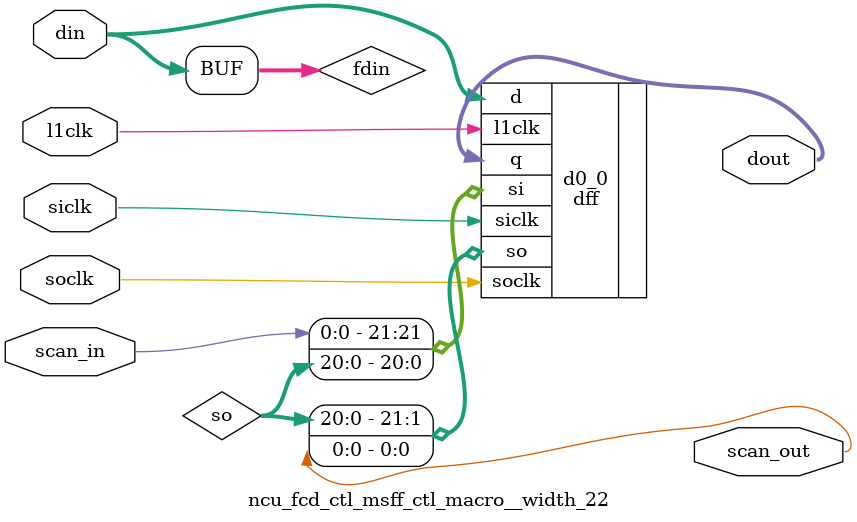
<source format=v>
module ncu_fcd_ctl (
  cpubuf_din, 
  cpubuf_tail_f, 
  cpubuf_tail_ptr, 
  cpubuf_wr, 
  intbuf_din, 
  intbuf_head_ptr, 
  intbuf_tail_ptr, 
  intbuf_wr, 
  intbuf_rden, 
  iobuf_head_f, 
  iobuf_head_ptr, 
  iobuf_rden, 
  mondo_busy_vec_f, 
  mondo_data0_din, 
  mondo_data0_wr, 
  mondo_data1_din, 
  mondo_data1_wr, 
  mondo_data_addr_p0, 
  mondo_data_addr_p1, 
  mondo_rd_en, 
  ncu_cpx_data_ca, 
  ncu_cpx_req_cq, 
  ncu_pcx_stall_pq, 
  tap_mondo_acc_addr_invld_d2_f, 
  tap_mondo_acc_seq_d2_f, 
  tap_mondo_dout_d2_f, 
  scan_out, 
  mb0_wdata, 
  mb0_run, 
  mb0_addr, 
  mb0_iobuf_wr_en, 
  mb1_run, 
  mb1_wdata, 
  mb1_cpubuf_wr_en, 
  mb1_addr, 
  tcu_mbist_user_mode, 
  tcu_mbist_bisi_en, 
  cmp_io_sync_en, 
  cpubuf_head_s, 
  cpx_ncu_grant_cx, 
  intbuf_dout, 
  iobuf_dout, 
  iobuf_tail_s, 
  io_cmp_sync_en, 
  io_mondo_data0_din_s, 
  io_mondo_data1_din_s, 
  io_mondo_data_wr_addr_s, 
  io_mondo_data_wr_s, 
  l2clk, 
  mondo_data0_dout, 
  mondo_data1_dout, 
  pcx_ncu_data_px2, 
  pcx_ncu_data_rdy_px1, 
  scan_in, 
  tap_mondo_acc_addr_s, 
  tap_mondo_acc_seq_s, 
  tap_mondo_din_s, 
  tap_mondo_wr_s, 
  tcu_aclk, 
  tcu_bclk, 
  tcu_clk_stop, 
  tcu_pce_ov, 
  tcu_scan_en, 
  cpubuf_mb0_data, 
  mb0_scanout, 
  mb0_done, 
  mb0_fail, 
  mb0_start, 
  mb0_scanin, 
  iobuf_ue_f, 
  iobuf_uei, 
  intbuf_ue_f, 
  intbuf_uei, 
  mondotbl_pe_f, 
  mondotbl_pei, 
  array_wr_inhibit_io, 
  array_wr_inhibit_cmp, 
  array_wr_inhibit_gate) ;
wire intbuf_wr2i2c;
wire cmp_io_sync_en_dout;
wire intbuf_hit_hwm;
wire io_cmp_sync_en_dout;
wire ncu_c2ifcd_ctl_scanin;
wire ncu_c2ifcd_ctl_scanout;
wire mb0_mondo_wr_en;
wire mb0_mondo_rd_en;
wire mb0_intbuf_wr_en;
wire ncu_i2cfcd_ctl_scanin;
wire ncu_i2cfcd_ctl_scanout;
wire mb0_intbuf_rd_en;
wire mb0_iobuf_rd_en;
wire l1clk;
wire siclk;
wire soclk;
wire se;
wire pce_ov;
wire stop;
wire cmp_io_sync_en_ff_scanin;
wire cmp_io_sync_en_ff_scanout;
wire io_cmp_sync_en_ff_scanin;
wire io_cmp_sync_en_ff_scanout;


output [143:0]		cpubuf_din;		// From ncu_c2ifcd_ctl of ncu_c2ifcd_ctl.v
output [5:0]		cpubuf_tail_f;		// From ncu_c2ifcd_ctl of ncu_c2ifcd_ctl.v
output [4:0]		cpubuf_tail_ptr;	// From ncu_c2ifcd_ctl of ncu_c2ifcd_ctl.v
output			cpubuf_wr;		// From ncu_c2ifcd_ctl of ncu_c2ifcd_ctl.v
output [143:0]		intbuf_din;		// From ncu_c2ifcd_ctl of ncu_c2ifcd_ctl.v
output [4:0]		intbuf_head_ptr;	// From ncu_i2cfcd_ctl of ncu_i2cfcd_ctl.v
output [4:0]		intbuf_tail_ptr;	// From ncu_i2cfcd_ctl of ncu_i2cfcd_ctl.v
output			intbuf_wr;		// From ncu_i2cfcd_ctl of ncu_i2cfcd_ctl.v
output			intbuf_rden;		// From ncu_i2cfcd_ctl of ncu_i2cfcd_ctl.v
output [5:0]		iobuf_head_f;		// From ncu_i2cfcd_ctl of ncu_i2cfcd_ctl.v
output [4:0]		iobuf_head_ptr;	// From ncu_i2cfcd_ctl of ncu_i2cfcd_ctl.v
output			iobuf_rden;		// From ncu_i2cfcd_ctl of ncu_i2cfcd_ctl.v
output [63:0]		mondo_busy_vec_f;	// From ncu_c2ifcd_ctl of ncu_c2ifcd_ctl.v
output [71:0]		mondo_data0_din;	// From ncu_c2ifcd_ctl of ncu_c2ifcd_ctl.v
output			mondo_data0_wr;		// From ncu_c2ifcd_ctl of ncu_c2ifcd_ctl.v
output [71:0]		mondo_data1_din;	// From ncu_c2ifcd_ctl of ncu_c2ifcd_ctl.v
output			mondo_data1_wr;		// From ncu_c2ifcd_ctl of ncu_c2ifcd_ctl.v
output [5:0]		mondo_data_addr_p0;	// From ncu_c2ifcd_ctl of ncu_c2ifcd_ctl.v
output [5:0]		mondo_data_addr_p1;	// From ncu_c2ifcd_ctl of ncu_c2ifcd_ctl.v
output 			mondo_rd_en;
output [145:0]		ncu_cpx_data_ca;	// From ncu_i2cfcd_ctl of ncu_i2cfcd_ctl.v
output [7:0]		ncu_cpx_req_cq;		// From ncu_i2cfcd_ctl of ncu_i2cfcd_ctl.v
output			ncu_pcx_stall_pq;	// From ncu_c2ifcd_ctl of ncu_c2ifcd_ctl.v
output			tap_mondo_acc_addr_invld_d2_f;// From ncu_c2ifcd_ctl of ncu_c2ifcd_ctl.v
output			tap_mondo_acc_seq_d2_f;	// From ncu_c2ifcd_ctl of ncu_c2ifcd_ctl.v
output [63:0]		tap_mondo_dout_d2_f;	// From ncu_c2ifcd_ctl of ncu_c2ifcd_ctl.v
output			scan_out;

// mb0 interface
output [7:0]		mb0_wdata;
output 			mb0_run;
output [5:0]		mb0_addr;
output			mb0_iobuf_wr_en;
input			mb1_run;
input[7:0]		mb1_wdata;
input			mb1_cpubuf_wr_en;
input[5:0]		mb1_addr;
input			tcu_mbist_user_mode;
input			tcu_mbist_bisi_en;

input			cmp_io_sync_en;		// To ncu_c2ifcd_ctl of ncu_c2ifcd_ctl.v, ...
input [5:0]		cpubuf_head_s;		// To ncu_c2ifcd_ctl of ncu_c2ifcd_ctl.v
input [7:0]		cpx_ncu_grant_cx;	// To ncu_i2cfcd_ctl of ncu_i2cfcd_ctl.v
input [143:0]		intbuf_dout;		// To ncu_i2cfcd_ctl of ncu_i2cfcd_ctl.v
input [175:0]		iobuf_dout;		// To ncu_i2cfcd_ctl of ncu_i2cfcd_ctl.v
input [5:0]		iobuf_tail_s;		// To ncu_i2cfcd_ctl of ncu_i2cfcd_ctl.v
input			io_cmp_sync_en;		// To ncu_c2ifcd_ctl of ncu_c2ifcd_ctl.v, ...
input [63:0]		io_mondo_data0_din_s;	// To ncu_c2ifcd_ctl of ncu_c2ifcd_ctl.v
input [63:0]		io_mondo_data1_din_s;	// To ncu_c2ifcd_ctl of ncu_c2ifcd_ctl.v
input [5:0]		io_mondo_data_wr_addr_s;// To ncu_c2ifcd_ctl of ncu_c2ifcd_ctl.v
input			io_mondo_data_wr_s;	// To ncu_c2ifcd_ctl of ncu_c2ifcd_ctl.v
input			l2clk;			// To ncu_c2ifcd_ctl of ncu_c2ifcd_ctl.v, ...
input [71:0]		mondo_data0_dout;	// To ncu_c2ifcd_ctl of ncu_c2ifcd_ctl.v
input [71:0]		mondo_data1_dout;	// To ncu_c2ifcd_ctl of ncu_c2ifcd_ctl.v
input [129:0]		pcx_ncu_data_px2;	// To ncu_c2ifcd_ctl of ncu_c2ifcd_ctl.v
input			pcx_ncu_data_rdy_px1;	// To ncu_c2ifcd_ctl of ncu_c2ifcd_ctl.v
input			scan_in;		// To ncu_c2ifcd_ctl of ncu_c2ifcd_ctl.v, ...
input [21:0]		tap_mondo_acc_addr_s;	// To ncu_c2ifcd_ctl of ncu_c2ifcd_ctl.v
input			tap_mondo_acc_seq_s;	// To ncu_c2ifcd_ctl of ncu_c2ifcd_ctl.v
input [63:0]		tap_mondo_din_s;	// To ncu_c2ifcd_ctl of ncu_c2ifcd_ctl.v
input			tap_mondo_wr_s;		// To ncu_c2ifcd_ctl of ncu_c2ifcd_ctl.v
input			tcu_aclk;		// To ncu_c2ifcd_ctl of ncu_c2ifcd_ctl.v, ...
input			tcu_bclk;		// To ncu_c2ifcd_ctl of ncu_c2ifcd_ctl.v, ...
input			tcu_clk_stop;		// To ncu_c2ifcd_ctl of ncu_c2ifcd_ctl.v, ...
input			tcu_pce_ov;		// To ncu_c2ifcd_ctl of ncu_c2ifcd_ctl.v, ...
input			tcu_scan_en;		// To ncu_c2ifcd_ctl of ncu_c2ifcd_ctl.v, ...
input [7:0]		cpubuf_mb0_data ;

//mb0 connection from tcu//
output			mb0_scanout;
output			mb0_done;
output			mb0_fail;
input			mb0_start;
input			mb0_scanin;

// err ecc //
output			iobuf_ue_f;
input			iobuf_uei;
output			intbuf_ue_f;
input			intbuf_uei;
output			mondotbl_pe_f;
input			mondotbl_pei;

// wr_inhibit
input			array_wr_inhibit_io;
input			array_wr_inhibit_cmp;
output			array_wr_inhibit_gate;



/*AUTOWIRE*/
// Beginning of automatic wires (for undeclared instantiated-module outputs)
// End of automatics


assign array_wr_inhibit_gate = array_wr_inhibit_io & array_wr_inhibit_cmp;

///* ncu_c2ifcd_ctl auto_template ( 
// 				  .scan_out () ); */
ncu_c2ifcd_ctl ncu_c2ifcd_ctl ( /*AUTOINST*/
			       // Outputs
			       .cpubuf_din(cpubuf_din[143:0]),
			       .cpubuf_tail_f(cpubuf_tail_f[5:0]),
			       .cpubuf_tail_ptr(cpubuf_tail_ptr[4:0]),
			       .cpubuf_wr(cpubuf_wr),
			       .intbuf_wr(intbuf_wr),
			       .intbuf_din(intbuf_din[143:0]),
			       .mondo_busy_vec_f(mondo_busy_vec_f[63:0]),
			       .mondo_data0_din(mondo_data0_din[71:0]),
			       .mondo_data0_wr(mondo_data0_wr),
			       .mondo_data1_din(mondo_data1_din[71:0]),
			       .mondo_data1_wr(mondo_data1_wr),
			       .mondo_data_addr_p0(mondo_data_addr_p0[5:0]),
			       .mondo_data_addr_p1(mondo_data_addr_p1[5:0]),
			       .mondo_rd_en(mondo_rd_en),
			       .ncu_pcx_stall_pq(ncu_pcx_stall_pq),
			       .tap_mondo_acc_addr_invld_d2_f(tap_mondo_acc_addr_invld_d2_f),
			       .tap_mondo_acc_seq_d2_f(tap_mondo_acc_seq_d2_f),
			       .tap_mondo_dout_d2_f(tap_mondo_dout_d2_f[63:0]),
			       .intbuf_wr2i2c(intbuf_wr2i2c),
			       .mondotbl_pe_f(mondotbl_pe_f),
			       // Inputs
			       .cmp_io_sync_en(cmp_io_sync_en_dout),
			       .cpubuf_head_s(cpubuf_head_s[5:0]),
			       .intbuf_hit_hwm(intbuf_hit_hwm),
			       .io_cmp_sync_en(io_cmp_sync_en_dout),
			       .io_mondo_data0_din_s(io_mondo_data0_din_s[63:0]),
			       .io_mondo_data1_din_s(io_mondo_data1_din_s[63:0]),
			       .io_mondo_data_wr_addr_s(io_mondo_data_wr_addr_s[5:0]),
			       .io_mondo_data_wr_s(io_mondo_data_wr_s),
			       .scan_in(ncu_c2ifcd_ctl_scanin),
			       .scan_out(ncu_c2ifcd_ctl_scanout),
			       .l2clk	(l2clk),
			       .mondo_data0_dout(mondo_data0_dout[71:0]),
			       .mondo_data1_dout(mondo_data1_dout[71:0]),
			       .pcx_ncu_data_px2(pcx_ncu_data_px2[129:0]),
			       .pcx_ncu_data_rdy_px1(pcx_ncu_data_rdy_px1),
			       .tcu_scan_en(tcu_scan_en),
			       .tap_mondo_acc_addr_s(tap_mondo_acc_addr_s[21:0]),
			       .tap_mondo_acc_seq_s(tap_mondo_acc_seq_s),
			       .tap_mondo_din_s(tap_mondo_din_s[63:0]),
			       .tap_mondo_wr_s(tap_mondo_wr_s),
			       .tcu_clk_stop(tcu_clk_stop),
			       .tcu_pce_ov(tcu_pce_ov),
			       .tcu_aclk(tcu_aclk),
			       .tcu_bclk(tcu_bclk),
			       .mb1_run(mb1_run),
			       .mb1_wdata(mb1_wdata[7:0]),
			       .mb1_addr(mb1_addr[5:0]),
			       .mb1_cpubuf_wr_en(mb1_cpubuf_wr_en),
			       //.mb0_mondo_sel(mb0_mondo_wr_en),
			       .mb0_mondo_wr_en(mb0_mondo_wr_en),
			       .mb0_mondo_rd_en(mb0_mondo_rd_en),
			       //.mb0_cpubuf_sel(mb0_cpubuf_sel),
			       //.mb0_intbuf_sel(mb0_intbuf_wr_en),
			       .mb0_intbuf_wr_en(mb0_intbuf_wr_en),
			       .mb0_run(mb0_run),
			       .mb0_waddr(mb0_addr[5:0]),
			       .mb0_raddr(mb0_addr[5:0]),
			       .mb0_wdata(mb0_wdata[7:0]),
			       .mondotbl_pei(mondotbl_pei));



///* ncu_i2cfcd_ctl auto_template ( 
//			        .scan_out() ); */
ncu_i2cfcd_ctl ncu_i2cfcd_ctl ( /*AUTOINST*/
			       // Outputs
			       .intbuf_head_ptr(intbuf_head_ptr[4:0]),
			       .intbuf_hit_hwm(intbuf_hit_hwm),
			       .intbuf_tail_ptr(intbuf_tail_ptr[4:0]),
			       .intbuf_rden(intbuf_rden),
			       .iobuf_head_f(iobuf_head_f[5:0]),
			       .iobuf_head_ptr(iobuf_head_ptr[4:0]),
			       .iobuf_rden(iobuf_rden),
			       .ncu_cpx_data_ca(ncu_cpx_data_ca[145:0]),
			       .ncu_cpx_req_cq(ncu_cpx_req_cq[7:0]),
			       .iobuf_ue_f(iobuf_ue_f),
			       .intbuf_ue_f(intbuf_ue_f),
			       // Inputs
			       .cmp_io_sync_en(cmp_io_sync_en_dout),
			       .cpx_ncu_grant_cx(cpx_ncu_grant_cx[7:0]),
			       .intbuf_dout(intbuf_dout[143:0]),
			       .iobuf_dout(iobuf_dout[175:0]),
			       .iobuf_tail_s(iobuf_tail_s[5:0]),
			       .io_cmp_sync_en(io_cmp_sync_en_dout),
			       .scan_in(ncu_i2cfcd_ctl_scanin),
			       .scan_out(ncu_i2cfcd_ctl_scanout),
			       .l2clk	(l2clk),
			       .tcu_clk_stop(tcu_clk_stop),
			       .tcu_pce_ov(tcu_pce_ov),
			       .tcu_scan_en(tcu_scan_en),
			       .tcu_aclk(tcu_aclk),
			       .tcu_bclk(tcu_bclk),
			       .mb0_raddr(mb0_addr[4:0]),
			       .mb0_waddr(mb0_addr[4:0]),
			       .mb0_run(mb0_run),
			       .mb0_intbuf_wr_en(mb0_intbuf_wr_en),
			       .mb0_intbuf_rd_en(mb0_intbuf_rd_en),
			       .mb0_iobuf_rd_en(mb0_iobuf_rd_en),
			       .intbuf_wr2i2c(intbuf_wr2i2c),
			       .iobuf_uei(iobuf_uei),
			       .intbuf_uei(intbuf_uei));







ncu_mb0_ctl ncu_mb0_ctl(
			// outputs
			.mb0_run(mb0_run),
			.mb0_addr(mb0_addr[5:0]),
			.mb0_wdata(mb0_wdata[7:0]),
			.mb0_intbuf_wr_en(mb0_intbuf_wr_en),
			.mb0_intbuf_rd_en(mb0_intbuf_rd_en),
			.mb0_mondo_wr_en(mb0_mondo_wr_en),
			.mb0_mondo_rd_en(mb0_mondo_rd_en),
			.mb0_iobuf_wr_en(mb0_iobuf_wr_en),
			.mb0_iobuf_rd_en(mb0_iobuf_rd_en),
			.mb0_done(mb0_done),
			.mb0_fail(mb0_fail),
			.scan_out(mb0_scanout),
			// inputs
			.l2clk(l2clk),	// mb0 tests l2clk domin
			.scan_in(mb0_scanin),
			.tcu_pce_ov(tcu_pce_ov),	 
			.tcu_clk_stop(tcu_clk_stop),
			.tcu_aclk(tcu_aclk),
			.tcu_bclk(tcu_bclk),
			.tcu_scan_en(tcu_scan_en),
			.mb0_start(mb0_start),
			//.mb0_userdata_mode(1'b0),
			.mb0_bisi_mode(tcu_mbist_bisi_en),
			//.mb0_loop_mode(1'b0),
			//.mb0_loop_on_address(1'b0),
			//.mb0_stop_on_fail(1'b0),
			//.mb0_stop_on_next_fail(1'b0),
			.mb0_user_mode(tcu_mbist_user_mode),
			.intbuf_dout(intbuf_dout[143:0]),
			.iobuf_dout(iobuf_dout[175:0]),
			.mondo_data0_dout(mondo_data0_dout[71:0]),
			.mondo_data1_dout(mondo_data1_dout[71:0]));

/* spare gate, 12398 cells/450 = 28 spare gate */

/*
spare_ctl_macro spares (num=28) (
                .scan_in(spares_scanin),
                .scan_out(spares_scanout),
                .l1clk  (l1clk)
        );
*/

ncu_fcd_ctl_l1clkhdr_ctl_macro clkgen (
                                .l2clk  (l2clk),
                                .l1en   (1'b1),
                                .l1clk  (l1clk),
  .pce_ov(pce_ov),
  .stop(stop),
  .se(se)
                                );

assign  siclk = tcu_aclk;
assign  soclk = tcu_bclk;
assign     se = tcu_scan_en;
assign  pce_ov = tcu_pce_ov;
assign  stop = tcu_clk_stop;

ncu_fcd_ctl_msff_ctl_macro__width_1 cmp_io_sync_en_ff 
                                (
                                .scan_in(cmp_io_sync_en_ff_scanin),
                                .scan_out(cmp_io_sync_en_ff_scanout),
                                .dout           (cmp_io_sync_en_dout),
                                .l1clk          (l1clk),
                                .din            (cmp_io_sync_en),
  .siclk(siclk),
  .soclk(soclk)
                                );

ncu_fcd_ctl_msff_ctl_macro__width_1 io_cmp_sync_en_ff 
                                (
                                .scan_in(io_cmp_sync_en_ff_scanin),
                                .scan_out(io_cmp_sync_en_ff_scanout),
                                .dout           (io_cmp_sync_en_dout),
                                .l1clk          (l1clk),
                                .din            (io_cmp_sync_en),
  .siclk(siclk),
  .soclk(soclk)
                                );				



// fixscan start:
assign ncu_c2ifcd_ctl_scanin     = scan_in                  ;
assign ncu_i2cfcd_ctl_scanin     = ncu_c2ifcd_ctl_scanout   ;
assign cmp_io_sync_en_ff_scanin	 = ncu_i2cfcd_ctl_scanout;
assign io_cmp_sync_en_ff_scanin  =  cmp_io_sync_en_ff_scanout ;
assign scan_out                  = io_cmp_sync_en_ff_scanout;
// fixscan end:
endmodule //ncu_fcd_ctl



// any PARAMS parms go into naming of macro

module ncu_fcd_ctl_msff_ctl_macro__width_1 (
  din, 
  l1clk, 
  scan_in, 
  siclk, 
  soclk, 
  dout, 
  scan_out);
wire [0:0] fdin;

  input [0:0] din;
  input l1clk;
  input scan_in;


  input siclk;
  input soclk;

  output [0:0] dout;
  output scan_out;
assign fdin[0:0] = din[0:0];






dff /*#(1)*/  d0_0 (
.l1clk(l1clk),
.siclk(siclk),
.soclk(soclk),
.d(fdin[0:0]),
.si(scan_in),
.so(scan_out),
.q(dout[0:0])
);












endmodule













// any PARAMS parms go into naming of macro

module ncu_fcd_ctl_msff_ctl_macro__en_1__width_1 (
  din, 
  en, 
  l1clk, 
  scan_in, 
  siclk, 
  soclk, 
  dout, 
  scan_out);
wire [0:0] fdin;

  input [0:0] din;
  input en;
  input l1clk;
  input scan_in;


  input siclk;
  input soclk;

  output [0:0] dout;
  output scan_out;
assign fdin[0:0] = (din[0:0] & {1{en}}) | (dout[0:0] & ~{1{en}});






dff /*#(1)*/  d0_0 (
.l1clk(l1clk),
.siclk(siclk),
.soclk(soclk),
.d(fdin[0:0]),
.si(scan_in),
.so(scan_out),
.q(dout[0:0])
);












endmodule













// any PARAMS parms go into naming of macro

module ncu_fcd_ctl_msff_ctl_macro__en_1__width_6 (
  din, 
  en, 
  l1clk, 
  scan_in, 
  siclk, 
  soclk, 
  dout, 
  scan_out);
wire [5:0] fdin;
wire [4:0] so;

  input [5:0] din;
  input en;
  input l1clk;
  input scan_in;


  input siclk;
  input soclk;

  output [5:0] dout;
  output scan_out;
assign fdin[5:0] = (din[5:0] & {6{en}}) | (dout[5:0] & ~{6{en}});






dff /*#(6)*/  d0_0 (
.l1clk(l1clk),
.siclk(siclk),
.soclk(soclk),
.d(fdin[5:0]),
.si({scan_in,so[4:0]}),
.so({so[4:0],scan_out}),
.q(dout[5:0])
);












endmodule













// any PARAMS parms go into naming of macro

module ncu_fcd_ctl_msff_ctl_macro__en_1__width_22 (
  din, 
  en, 
  l1clk, 
  scan_in, 
  siclk, 
  soclk, 
  dout, 
  scan_out);
wire [21:0] fdin;
wire [20:0] so;

  input [21:0] din;
  input en;
  input l1clk;
  input scan_in;


  input siclk;
  input soclk;

  output [21:0] dout;
  output scan_out;
assign fdin[21:0] = (din[21:0] & {22{en}}) | (dout[21:0] & ~{22{en}});






dff /*#(22)*/  d0_0 (
.l1clk(l1clk),
.siclk(siclk),
.soclk(soclk),
.d(fdin[21:0]),
.si({scan_in,so[20:0]}),
.so({so[20:0],scan_out}),
.q(dout[21:0])
);












endmodule













// any PARAMS parms go into naming of macro

module ncu_fcd_ctl_msff_ctl_macro__width_6 (
  din, 
  l1clk, 
  scan_in, 
  siclk, 
  soclk, 
  dout, 
  scan_out);
wire [5:0] fdin;
wire [4:0] so;

  input [5:0] din;
  input l1clk;
  input scan_in;


  input siclk;
  input soclk;

  output [5:0] dout;
  output scan_out;
assign fdin[5:0] = din[5:0];






dff /*#(6)*/  d0_0 (
.l1clk(l1clk),
.siclk(siclk),
.soclk(soclk),
.d(fdin[5:0]),
.si({scan_in,so[4:0]}),
.so({so[4:0],scan_out}),
.q(dout[5:0])
);












endmodule













// any PARAMS parms go into naming of macro

module ncu_fcd_ctl_l1clkhdr_ctl_macro (
  l2clk, 
  l1en, 
  pce_ov, 
  stop, 
  se, 
  l1clk);


  input l2clk;
  input l1en;
  input pce_ov;
  input stop;
  input se;
  output l1clk;



 

cl_sc1_l1hdr_8x c_0 (


   .l2clk(l2clk),
   .pce(l1en),
   .l1clk(l1clk),
  .se(se),
  .pce_ov(pce_ov),
  .stop(stop)
);



endmodule





// Local Variables:
// verilog-auto-sense-defines-constant:t
// End:






// any PARAMS parms go into naming of macro

module ncu_fcd_ctl_msff_ctl_macro__width_129 (
  din, 
  l1clk, 
  scan_in, 
  siclk, 
  soclk, 
  dout, 
  scan_out);
wire [128:0] fdin;
wire [127:0] so;

  input [128:0] din;
  input l1clk;
  input scan_in;


  input siclk;
  input soclk;

  output [128:0] dout;
  output scan_out;
assign fdin[128:0] = din[128:0];






dff /*#(129)*/  d0_0 (
.l1clk(l1clk),
.siclk(siclk),
.soclk(soclk),
.d(fdin[128:0]),
.si({scan_in,so[127:0]}),
.so({so[127:0],scan_out}),
.q(dout[128:0])
);












endmodule










// any PARAMS parms go into naming of macro

module ncu_fcd_ctl_msff_ctl_macro__en_1__width_64 (
  din, 
  en, 
  l1clk, 
  scan_in, 
  siclk, 
  soclk, 
  dout, 
  scan_out);
wire [63:0] fdin;
wire [62:0] so;

  input [63:0] din;
  input en;
  input l1clk;
  input scan_in;


  input siclk;
  input soclk;

  output [63:0] dout;
  output scan_out;
assign fdin[63:0] = (din[63:0] & {64{en}}) | (dout[63:0] & ~{64{en}});






dff /*#(64)*/  d0_0 (
.l1clk(l1clk),
.siclk(siclk),
.soclk(soclk),
.d(fdin[63:0]),
.si({scan_in,so[62:0]}),
.so({so[62:0],scan_out}),
.q(dout[63:0])
);












endmodule













// any PARAMS parms go into naming of macro

module ncu_fcd_ctl_msff_ctl_macro__width_72 (
  din, 
  l1clk, 
  scan_in, 
  siclk, 
  soclk, 
  dout, 
  scan_out);
wire [71:0] fdin;
wire [70:0] so;

  input [71:0] din;
  input l1clk;
  input scan_in;


  input siclk;
  input soclk;

  output [71:0] dout;
  output scan_out;
assign fdin[71:0] = din[71:0];






dff /*#(72)*/  d0_0 (
.l1clk(l1clk),
.siclk(siclk),
.soclk(soclk),
.d(fdin[71:0]),
.si({scan_in,so[70:0]}),
.so({so[70:0],scan_out}),
.q(dout[71:0])
);












endmodule













// any PARAMS parms go into naming of macro

module ncu_fcd_ctl_msff_ctl_macro__width_3 (
  din, 
  l1clk, 
  scan_in, 
  siclk, 
  soclk, 
  dout, 
  scan_out);
wire [2:0] fdin;
wire [1:0] so;

  input [2:0] din;
  input l1clk;
  input scan_in;


  input siclk;
  input soclk;

  output [2:0] dout;
  output scan_out;
assign fdin[2:0] = din[2:0];






dff /*#(3)*/  d0_0 (
.l1clk(l1clk),
.siclk(siclk),
.soclk(soclk),
.d(fdin[2:0]),
.si({scan_in,so[1:0]}),
.so({so[1:0],scan_out}),
.q(dout[2:0])
);












endmodule













// any PARAMS parms go into naming of macro

module ncu_fcd_ctl_msff_ctl_macro__width_8 (
  din, 
  l1clk, 
  scan_in, 
  siclk, 
  soclk, 
  dout, 
  scan_out);
wire [7:0] fdin;
wire [6:0] so;

  input [7:0] din;
  input l1clk;
  input scan_in;


  input siclk;
  input soclk;

  output [7:0] dout;
  output scan_out;
assign fdin[7:0] = din[7:0];






dff /*#(8)*/  d0_0 (
.l1clk(l1clk),
.siclk(siclk),
.soclk(soclk),
.d(fdin[7:0]),
.si({scan_in,so[6:0]}),
.so({so[6:0],scan_out}),
.q(dout[7:0])
);












endmodule













// any PARAMS parms go into naming of macro

module ncu_fcd_ctl_msff_ctl_macro__width_64 (
  din, 
  l1clk, 
  scan_in, 
  siclk, 
  soclk, 
  dout, 
  scan_out);
wire [63:0] fdin;
wire [62:0] so;

  input [63:0] din;
  input l1clk;
  input scan_in;


  input siclk;
  input soclk;

  output [63:0] dout;
  output scan_out;
assign fdin[63:0] = din[63:0];






dff /*#(64)*/  d0_0 (
.l1clk(l1clk),
.siclk(siclk),
.soclk(soclk),
.d(fdin[63:0]),
.si({scan_in,so[62:0]}),
.so({so[62:0],scan_out}),
.q(dout[63:0])
);












endmodule





// any PARAMS parms go into naming of macro

module ncu_fcd_ctl_msff_ctl_macro__width_122 (
  din, 
  l1clk, 
  scan_in, 
  siclk, 
  soclk, 
  dout, 
  scan_out);
wire [121:0] fdin;
wire [120:0] so;

  input [121:0] din;
  input l1clk;
  input scan_in;


  input siclk;
  input soclk;

  output [121:0] dout;
  output scan_out;
assign fdin[121:0] = din[121:0];






dff /*#(122)*/  d0_0 (
.l1clk(l1clk),
.siclk(siclk),
.soclk(soclk),
.d(fdin[121:0]),
.si({scan_in,so[120:0]}),
.so({so[120:0],scan_out}),
.q(dout[121:0])
);












endmodule



// any PARAMS parms go into naming of macro

module ncu_fcd_ctl_msff_ctl_macro__width_2 (
  din, 
  l1clk, 
  scan_in, 
  siclk, 
  soclk, 
  dout, 
  scan_out);
wire [1:0] fdin;
wire [0:0] so;

  input [1:0] din;
  input l1clk;
  input scan_in;


  input siclk;
  input soclk;

  output [1:0] dout;
  output scan_out;
assign fdin[1:0] = din[1:0];






dff /*#(2)*/  d0_0 (
.l1clk(l1clk),
.siclk(siclk),
.soclk(soclk),
.d(fdin[1:0]),
.si({scan_in,so[0:0]}),
.so({so[0:0],scan_out}),
.q(dout[1:0])
);












endmodule




// any PARAMS parms go into naming of macro

module ncu_fcd_ctl_msff_ctl_macro__width_146 (
  din, 
  l1clk, 
  scan_in, 
  siclk, 
  soclk, 
  dout, 
  scan_out);
wire [145:0] fdin;
wire [144:0] so;

  input [145:0] din;
  input l1clk;
  input scan_in;


  input siclk;
  input soclk;

  output [145:0] dout;
  output scan_out;
assign fdin[145:0] = din[145:0];






dff /*#(146)*/  d0_0 (
.l1clk(l1clk),
.siclk(siclk),
.soclk(soclk),
.d(fdin[145:0]),
.si({scan_in,so[144:0]}),
.so({so[144:0],scan_out}),
.q(dout[145:0])
);












endmodule













// any PARAMS parms go into naming of macro

module ncu_fcd_ctl_msff_ctl_macro__en_1__width_144 (
  din, 
  en, 
  l1clk, 
  scan_in, 
  siclk, 
  soclk, 
  dout, 
  scan_out);
wire [143:0] fdin;
wire [142:0] so;

  input [143:0] din;
  input en;
  input l1clk;
  input scan_in;


  input siclk;
  input soclk;

  output [143:0] dout;
  output scan_out;
assign fdin[143:0] = (din[143:0] & {144{en}}) | (dout[143:0] & ~{144{en}});






dff /*#(144)*/  d0_0 (
.l1clk(l1clk),
.siclk(siclk),
.soclk(soclk),
.d(fdin[143:0]),
.si({scan_in,so[142:0]}),
.so({so[142:0],scan_out}),
.q(dout[143:0])
);












endmodule






// any PARAMS parms go into naming of macro

module ncu_fcd_ctl_msff_ctl_macro__en_1__width_154 (
  din, 
  en, 
  l1clk, 
  scan_in, 
  siclk, 
  soclk, 
  dout, 
  scan_out);
wire [153:0] fdin;
wire [152:0] so;

  input [153:0] din;
  input en;
  input l1clk;
  input scan_in;


  input siclk;
  input soclk;

  output [153:0] dout;
  output scan_out;
assign fdin[153:0] = (din[153:0] & {154{en}}) | (dout[153:0] & ~{154{en}});






dff /*#(154)*/  d0_0 (
.l1clk(l1clk),
.siclk(siclk),
.soclk(soclk),
.d(fdin[153:0]),
.si({scan_in,so[152:0]}),
.so({so[152:0],scan_out}),
.q(dout[153:0])
);












endmodule













// any PARAMS parms go into naming of macro

module ncu_fcd_ctl_msff_ctl_macro__en_1__width_176 (
  din, 
  en, 
  l1clk, 
  scan_in, 
  siclk, 
  soclk, 
  dout, 
  scan_out);
wire [175:0] fdin;
wire [174:0] so;

  input [175:0] din;
  input en;
  input l1clk;
  input scan_in;


  input siclk;
  input soclk;

  output [175:0] dout;
  output scan_out;
assign fdin[175:0] = (din[175:0] & {176{en}}) | (dout[175:0] & ~{176{en}});






dff /*#(176)*/  d0_0 (
.l1clk(l1clk),
.siclk(siclk),
.soclk(soclk),
.d(fdin[175:0]),
.si({scan_in,so[174:0]}),
.so({so[174:0],scan_out}),
.q(dout[175:0])
);












endmodule









//  Description:        Spare gate macro for control blocks
//
//  Param num controls the number of times the macro is added
//  flops=0 can be used to use only combination spare logic


module ncu_fcd_ctl_spare_ctl_macro__num_11 (
  l1clk, 
  scan_in, 
  siclk, 
  soclk, 
  scan_out);
wire si_0;
wire so_0;
wire spare0_flop_unused;
wire spare0_buf_32x_unused;
wire spare0_nand3_8x_unused;
wire spare0_inv_8x_unused;
wire spare0_aoi22_4x_unused;
wire spare0_buf_8x_unused;
wire spare0_oai22_4x_unused;
wire spare0_inv_16x_unused;
wire spare0_nand2_16x_unused;
wire spare0_nor3_4x_unused;
wire spare0_nand2_8x_unused;
wire spare0_buf_16x_unused;
wire spare0_nor2_16x_unused;
wire spare0_inv_32x_unused;
wire si_1;
wire so_1;
wire spare1_flop_unused;
wire spare1_buf_32x_unused;
wire spare1_nand3_8x_unused;
wire spare1_inv_8x_unused;
wire spare1_aoi22_4x_unused;
wire spare1_buf_8x_unused;
wire spare1_oai22_4x_unused;
wire spare1_inv_16x_unused;
wire spare1_nand2_16x_unused;
wire spare1_nor3_4x_unused;
wire spare1_nand2_8x_unused;
wire spare1_buf_16x_unused;
wire spare1_nor2_16x_unused;
wire spare1_inv_32x_unused;
wire si_2;
wire so_2;
wire spare2_flop_unused;
wire spare2_buf_32x_unused;
wire spare2_nand3_8x_unused;
wire spare2_inv_8x_unused;
wire spare2_aoi22_4x_unused;
wire spare2_buf_8x_unused;
wire spare2_oai22_4x_unused;
wire spare2_inv_16x_unused;
wire spare2_nand2_16x_unused;
wire spare2_nor3_4x_unused;
wire spare2_nand2_8x_unused;
wire spare2_buf_16x_unused;
wire spare2_nor2_16x_unused;
wire spare2_inv_32x_unused;
wire si_3;
wire so_3;
wire spare3_flop_unused;
wire spare3_buf_32x_unused;
wire spare3_nand3_8x_unused;
wire spare3_inv_8x_unused;
wire spare3_aoi22_4x_unused;
wire spare3_buf_8x_unused;
wire spare3_oai22_4x_unused;
wire spare3_inv_16x_unused;
wire spare3_nand2_16x_unused;
wire spare3_nor3_4x_unused;
wire spare3_nand2_8x_unused;
wire spare3_buf_16x_unused;
wire spare3_nor2_16x_unused;
wire spare3_inv_32x_unused;
wire si_4;
wire so_4;
wire spare4_flop_unused;
wire spare4_buf_32x_unused;
wire spare4_nand3_8x_unused;
wire spare4_inv_8x_unused;
wire spare4_aoi22_4x_unused;
wire spare4_buf_8x_unused;
wire spare4_oai22_4x_unused;
wire spare4_inv_16x_unused;
wire spare4_nand2_16x_unused;
wire spare4_nor3_4x_unused;
wire spare4_nand2_8x_unused;
wire spare4_buf_16x_unused;
wire spare4_nor2_16x_unused;
wire spare4_inv_32x_unused;
wire si_5;
wire so_5;
wire spare5_flop_unused;
wire spare5_buf_32x_unused;
wire spare5_nand3_8x_unused;
wire spare5_inv_8x_unused;
wire spare5_aoi22_4x_unused;
wire spare5_buf_8x_unused;
wire spare5_oai22_4x_unused;
wire spare5_inv_16x_unused;
wire spare5_nand2_16x_unused;
wire spare5_nor3_4x_unused;
wire spare5_nand2_8x_unused;
wire spare5_buf_16x_unused;
wire spare5_nor2_16x_unused;
wire spare5_inv_32x_unused;
wire si_6;
wire so_6;
wire spare6_flop_unused;
wire spare6_buf_32x_unused;
wire spare6_nand3_8x_unused;
wire spare6_inv_8x_unused;
wire spare6_aoi22_4x_unused;
wire spare6_buf_8x_unused;
wire spare6_oai22_4x_unused;
wire spare6_inv_16x_unused;
wire spare6_nand2_16x_unused;
wire spare6_nor3_4x_unused;
wire spare6_nand2_8x_unused;
wire spare6_buf_16x_unused;
wire spare6_nor2_16x_unused;
wire spare6_inv_32x_unused;
wire si_7;
wire so_7;
wire spare7_flop_unused;
wire spare7_buf_32x_unused;
wire spare7_nand3_8x_unused;
wire spare7_inv_8x_unused;
wire spare7_aoi22_4x_unused;
wire spare7_buf_8x_unused;
wire spare7_oai22_4x_unused;
wire spare7_inv_16x_unused;
wire spare7_nand2_16x_unused;
wire spare7_nor3_4x_unused;
wire spare7_nand2_8x_unused;
wire spare7_buf_16x_unused;
wire spare7_nor2_16x_unused;
wire spare7_inv_32x_unused;
wire si_8;
wire so_8;
wire spare8_flop_unused;
wire spare8_buf_32x_unused;
wire spare8_nand3_8x_unused;
wire spare8_inv_8x_unused;
wire spare8_aoi22_4x_unused;
wire spare8_buf_8x_unused;
wire spare8_oai22_4x_unused;
wire spare8_inv_16x_unused;
wire spare8_nand2_16x_unused;
wire spare8_nor3_4x_unused;
wire spare8_nand2_8x_unused;
wire spare8_buf_16x_unused;
wire spare8_nor2_16x_unused;
wire spare8_inv_32x_unused;
wire si_9;
wire so_9;
wire spare9_flop_unused;
wire spare9_buf_32x_unused;
wire spare9_nand3_8x_unused;
wire spare9_inv_8x_unused;
wire spare9_aoi22_4x_unused;
wire spare9_buf_8x_unused;
wire spare9_oai22_4x_unused;
wire spare9_inv_16x_unused;
wire spare9_nand2_16x_unused;
wire spare9_nor3_4x_unused;
wire spare9_nand2_8x_unused;
wire spare9_buf_16x_unused;
wire spare9_nor2_16x_unused;
wire spare9_inv_32x_unused;
wire si_10;
wire so_10;
wire spare10_flop_unused;
wire spare10_buf_32x_unused;
wire spare10_nand3_8x_unused;
wire spare10_inv_8x_unused;
wire spare10_aoi22_4x_unused;
wire spare10_buf_8x_unused;
wire spare10_oai22_4x_unused;
wire spare10_inv_16x_unused;
wire spare10_nand2_16x_unused;
wire spare10_nor3_4x_unused;
wire spare10_nand2_8x_unused;
wire spare10_buf_16x_unused;
wire spare10_nor2_16x_unused;
wire spare10_inv_32x_unused;


input		l1clk;
input		scan_in;
input		siclk;
input		soclk;
output		scan_out;

cl_sc1_msff_8x spare0_flop (.l1clk(l1clk),
                               .siclk(siclk),
                               .soclk(soclk),
                               .si(si_0),
                               .so(so_0),
                               .d(1'b0),
                               .q(spare0_flop_unused));
assign si_0 = scan_in;

cl_u1_buf_32x   spare0_buf_32x (.in(1'b1),
                                   .out(spare0_buf_32x_unused));
cl_u1_nand3_8x spare0_nand3_8x (.in0(1'b1),
                                   .in1(1'b1),
                                   .in2(1'b1),
                                   .out(spare0_nand3_8x_unused));
cl_u1_inv_8x    spare0_inv_8x (.in(1'b1),
                                  .out(spare0_inv_8x_unused));
cl_u1_aoi22_4x spare0_aoi22_4x (.in00(1'b1),
                                   .in01(1'b1),
                                   .in10(1'b1),
                                   .in11(1'b1),
                                   .out(spare0_aoi22_4x_unused));
cl_u1_buf_8x    spare0_buf_8x (.in(1'b1),
                                  .out(spare0_buf_8x_unused));
cl_u1_oai22_4x spare0_oai22_4x (.in00(1'b1),
                                   .in01(1'b1),
                                   .in10(1'b1),
                                   .in11(1'b1),
                                   .out(spare0_oai22_4x_unused));
cl_u1_inv_16x   spare0_inv_16x (.in(1'b1),
                                   .out(spare0_inv_16x_unused));
cl_u1_nand2_16x spare0_nand2_16x (.in0(1'b1),
                                     .in1(1'b1),
                                     .out(spare0_nand2_16x_unused));
cl_u1_nor3_4x spare0_nor3_4x (.in0(1'b0),
                                 .in1(1'b0),
                                 .in2(1'b0),
                                 .out(spare0_nor3_4x_unused));
cl_u1_nand2_8x spare0_nand2_8x (.in0(1'b1),
                                   .in1(1'b1),
                                   .out(spare0_nand2_8x_unused));
cl_u1_buf_16x   spare0_buf_16x (.in(1'b1),
                                   .out(spare0_buf_16x_unused));
cl_u1_nor2_16x spare0_nor2_16x (.in0(1'b0),
                                   .in1(1'b0),
                                   .out(spare0_nor2_16x_unused));
cl_u1_inv_32x   spare0_inv_32x (.in(1'b1),
                                   .out(spare0_inv_32x_unused));

cl_sc1_msff_8x spare1_flop (.l1clk(l1clk),
                               .siclk(siclk),
                               .soclk(soclk),
                               .si(si_1),
                               .so(so_1),
                               .d(1'b0),
                               .q(spare1_flop_unused));
assign si_1 = so_0;

cl_u1_buf_32x   spare1_buf_32x (.in(1'b1),
                                   .out(spare1_buf_32x_unused));
cl_u1_nand3_8x spare1_nand3_8x (.in0(1'b1),
                                   .in1(1'b1),
                                   .in2(1'b1),
                                   .out(spare1_nand3_8x_unused));
cl_u1_inv_8x    spare1_inv_8x (.in(1'b1),
                                  .out(spare1_inv_8x_unused));
cl_u1_aoi22_4x spare1_aoi22_4x (.in00(1'b1),
                                   .in01(1'b1),
                                   .in10(1'b1),
                                   .in11(1'b1),
                                   .out(spare1_aoi22_4x_unused));
cl_u1_buf_8x    spare1_buf_8x (.in(1'b1),
                                  .out(spare1_buf_8x_unused));
cl_u1_oai22_4x spare1_oai22_4x (.in00(1'b1),
                                   .in01(1'b1),
                                   .in10(1'b1),
                                   .in11(1'b1),
                                   .out(spare1_oai22_4x_unused));
cl_u1_inv_16x   spare1_inv_16x (.in(1'b1),
                                   .out(spare1_inv_16x_unused));
cl_u1_nand2_16x spare1_nand2_16x (.in0(1'b1),
                                     .in1(1'b1),
                                     .out(spare1_nand2_16x_unused));
cl_u1_nor3_4x spare1_nor3_4x (.in0(1'b0),
                                 .in1(1'b0),
                                 .in2(1'b0),
                                 .out(spare1_nor3_4x_unused));
cl_u1_nand2_8x spare1_nand2_8x (.in0(1'b1),
                                   .in1(1'b1),
                                   .out(spare1_nand2_8x_unused));
cl_u1_buf_16x   spare1_buf_16x (.in(1'b1),
                                   .out(spare1_buf_16x_unused));
cl_u1_nor2_16x spare1_nor2_16x (.in0(1'b0),
                                   .in1(1'b0),
                                   .out(spare1_nor2_16x_unused));
cl_u1_inv_32x   spare1_inv_32x (.in(1'b1),
                                   .out(spare1_inv_32x_unused));

cl_sc1_msff_8x spare2_flop (.l1clk(l1clk),
                               .siclk(siclk),
                               .soclk(soclk),
                               .si(si_2),
                               .so(so_2),
                               .d(1'b0),
                               .q(spare2_flop_unused));
assign si_2 = so_1;

cl_u1_buf_32x   spare2_buf_32x (.in(1'b1),
                                   .out(spare2_buf_32x_unused));
cl_u1_nand3_8x spare2_nand3_8x (.in0(1'b1),
                                   .in1(1'b1),
                                   .in2(1'b1),
                                   .out(spare2_nand3_8x_unused));
cl_u1_inv_8x    spare2_inv_8x (.in(1'b1),
                                  .out(spare2_inv_8x_unused));
cl_u1_aoi22_4x spare2_aoi22_4x (.in00(1'b1),
                                   .in01(1'b1),
                                   .in10(1'b1),
                                   .in11(1'b1),
                                   .out(spare2_aoi22_4x_unused));
cl_u1_buf_8x    spare2_buf_8x (.in(1'b1),
                                  .out(spare2_buf_8x_unused));
cl_u1_oai22_4x spare2_oai22_4x (.in00(1'b1),
                                   .in01(1'b1),
                                   .in10(1'b1),
                                   .in11(1'b1),
                                   .out(spare2_oai22_4x_unused));
cl_u1_inv_16x   spare2_inv_16x (.in(1'b1),
                                   .out(spare2_inv_16x_unused));
cl_u1_nand2_16x spare2_nand2_16x (.in0(1'b1),
                                     .in1(1'b1),
                                     .out(spare2_nand2_16x_unused));
cl_u1_nor3_4x spare2_nor3_4x (.in0(1'b0),
                                 .in1(1'b0),
                                 .in2(1'b0),
                                 .out(spare2_nor3_4x_unused));
cl_u1_nand2_8x spare2_nand2_8x (.in0(1'b1),
                                   .in1(1'b1),
                                   .out(spare2_nand2_8x_unused));
cl_u1_buf_16x   spare2_buf_16x (.in(1'b1),
                                   .out(spare2_buf_16x_unused));
cl_u1_nor2_16x spare2_nor2_16x (.in0(1'b0),
                                   .in1(1'b0),
                                   .out(spare2_nor2_16x_unused));
cl_u1_inv_32x   spare2_inv_32x (.in(1'b1),
                                   .out(spare2_inv_32x_unused));

cl_sc1_msff_8x spare3_flop (.l1clk(l1clk),
                               .siclk(siclk),
                               .soclk(soclk),
                               .si(si_3),
                               .so(so_3),
                               .d(1'b0),
                               .q(spare3_flop_unused));
assign si_3 = so_2;

cl_u1_buf_32x   spare3_buf_32x (.in(1'b1),
                                   .out(spare3_buf_32x_unused));
cl_u1_nand3_8x spare3_nand3_8x (.in0(1'b1),
                                   .in1(1'b1),
                                   .in2(1'b1),
                                   .out(spare3_nand3_8x_unused));
cl_u1_inv_8x    spare3_inv_8x (.in(1'b1),
                                  .out(spare3_inv_8x_unused));
cl_u1_aoi22_4x spare3_aoi22_4x (.in00(1'b1),
                                   .in01(1'b1),
                                   .in10(1'b1),
                                   .in11(1'b1),
                                   .out(spare3_aoi22_4x_unused));
cl_u1_buf_8x    spare3_buf_8x (.in(1'b1),
                                  .out(spare3_buf_8x_unused));
cl_u1_oai22_4x spare3_oai22_4x (.in00(1'b1),
                                   .in01(1'b1),
                                   .in10(1'b1),
                                   .in11(1'b1),
                                   .out(spare3_oai22_4x_unused));
cl_u1_inv_16x   spare3_inv_16x (.in(1'b1),
                                   .out(spare3_inv_16x_unused));
cl_u1_nand2_16x spare3_nand2_16x (.in0(1'b1),
                                     .in1(1'b1),
                                     .out(spare3_nand2_16x_unused));
cl_u1_nor3_4x spare3_nor3_4x (.in0(1'b0),
                                 .in1(1'b0),
                                 .in2(1'b0),
                                 .out(spare3_nor3_4x_unused));
cl_u1_nand2_8x spare3_nand2_8x (.in0(1'b1),
                                   .in1(1'b1),
                                   .out(spare3_nand2_8x_unused));
cl_u1_buf_16x   spare3_buf_16x (.in(1'b1),
                                   .out(spare3_buf_16x_unused));
cl_u1_nor2_16x spare3_nor2_16x (.in0(1'b0),
                                   .in1(1'b0),
                                   .out(spare3_nor2_16x_unused));
cl_u1_inv_32x   spare3_inv_32x (.in(1'b1),
                                   .out(spare3_inv_32x_unused));

cl_sc1_msff_8x spare4_flop (.l1clk(l1clk),
                               .siclk(siclk),
                               .soclk(soclk),
                               .si(si_4),
                               .so(so_4),
                               .d(1'b0),
                               .q(spare4_flop_unused));
assign si_4 = so_3;

cl_u1_buf_32x   spare4_buf_32x (.in(1'b1),
                                   .out(spare4_buf_32x_unused));
cl_u1_nand3_8x spare4_nand3_8x (.in0(1'b1),
                                   .in1(1'b1),
                                   .in2(1'b1),
                                   .out(spare4_nand3_8x_unused));
cl_u1_inv_8x    spare4_inv_8x (.in(1'b1),
                                  .out(spare4_inv_8x_unused));
cl_u1_aoi22_4x spare4_aoi22_4x (.in00(1'b1),
                                   .in01(1'b1),
                                   .in10(1'b1),
                                   .in11(1'b1),
                                   .out(spare4_aoi22_4x_unused));
cl_u1_buf_8x    spare4_buf_8x (.in(1'b1),
                                  .out(spare4_buf_8x_unused));
cl_u1_oai22_4x spare4_oai22_4x (.in00(1'b1),
                                   .in01(1'b1),
                                   .in10(1'b1),
                                   .in11(1'b1),
                                   .out(spare4_oai22_4x_unused));
cl_u1_inv_16x   spare4_inv_16x (.in(1'b1),
                                   .out(spare4_inv_16x_unused));
cl_u1_nand2_16x spare4_nand2_16x (.in0(1'b1),
                                     .in1(1'b1),
                                     .out(spare4_nand2_16x_unused));
cl_u1_nor3_4x spare4_nor3_4x (.in0(1'b0),
                                 .in1(1'b0),
                                 .in2(1'b0),
                                 .out(spare4_nor3_4x_unused));
cl_u1_nand2_8x spare4_nand2_8x (.in0(1'b1),
                                   .in1(1'b1),
                                   .out(spare4_nand2_8x_unused));
cl_u1_buf_16x   spare4_buf_16x (.in(1'b1),
                                   .out(spare4_buf_16x_unused));
cl_u1_nor2_16x spare4_nor2_16x (.in0(1'b0),
                                   .in1(1'b0),
                                   .out(spare4_nor2_16x_unused));
cl_u1_inv_32x   spare4_inv_32x (.in(1'b1),
                                   .out(spare4_inv_32x_unused));

cl_sc1_msff_8x spare5_flop (.l1clk(l1clk),
                               .siclk(siclk),
                               .soclk(soclk),
                               .si(si_5),
                               .so(so_5),
                               .d(1'b0),
                               .q(spare5_flop_unused));
assign si_5 = so_4;

cl_u1_buf_32x   spare5_buf_32x (.in(1'b1),
                                   .out(spare5_buf_32x_unused));
cl_u1_nand3_8x spare5_nand3_8x (.in0(1'b1),
                                   .in1(1'b1),
                                   .in2(1'b1),
                                   .out(spare5_nand3_8x_unused));
cl_u1_inv_8x    spare5_inv_8x (.in(1'b1),
                                  .out(spare5_inv_8x_unused));
cl_u1_aoi22_4x spare5_aoi22_4x (.in00(1'b1),
                                   .in01(1'b1),
                                   .in10(1'b1),
                                   .in11(1'b1),
                                   .out(spare5_aoi22_4x_unused));
cl_u1_buf_8x    spare5_buf_8x (.in(1'b1),
                                  .out(spare5_buf_8x_unused));
cl_u1_oai22_4x spare5_oai22_4x (.in00(1'b1),
                                   .in01(1'b1),
                                   .in10(1'b1),
                                   .in11(1'b1),
                                   .out(spare5_oai22_4x_unused));
cl_u1_inv_16x   spare5_inv_16x (.in(1'b1),
                                   .out(spare5_inv_16x_unused));
cl_u1_nand2_16x spare5_nand2_16x (.in0(1'b1),
                                     .in1(1'b1),
                                     .out(spare5_nand2_16x_unused));
cl_u1_nor3_4x spare5_nor3_4x (.in0(1'b0),
                                 .in1(1'b0),
                                 .in2(1'b0),
                                 .out(spare5_nor3_4x_unused));
cl_u1_nand2_8x spare5_nand2_8x (.in0(1'b1),
                                   .in1(1'b1),
                                   .out(spare5_nand2_8x_unused));
cl_u1_buf_16x   spare5_buf_16x (.in(1'b1),
                                   .out(spare5_buf_16x_unused));
cl_u1_nor2_16x spare5_nor2_16x (.in0(1'b0),
                                   .in1(1'b0),
                                   .out(spare5_nor2_16x_unused));
cl_u1_inv_32x   spare5_inv_32x (.in(1'b1),
                                   .out(spare5_inv_32x_unused));

cl_sc1_msff_8x spare6_flop (.l1clk(l1clk),
                               .siclk(siclk),
                               .soclk(soclk),
                               .si(si_6),
                               .so(so_6),
                               .d(1'b0),
                               .q(spare6_flop_unused));
assign si_6 = so_5;

cl_u1_buf_32x   spare6_buf_32x (.in(1'b1),
                                   .out(spare6_buf_32x_unused));
cl_u1_nand3_8x spare6_nand3_8x (.in0(1'b1),
                                   .in1(1'b1),
                                   .in2(1'b1),
                                   .out(spare6_nand3_8x_unused));
cl_u1_inv_8x    spare6_inv_8x (.in(1'b1),
                                  .out(spare6_inv_8x_unused));
cl_u1_aoi22_4x spare6_aoi22_4x (.in00(1'b1),
                                   .in01(1'b1),
                                   .in10(1'b1),
                                   .in11(1'b1),
                                   .out(spare6_aoi22_4x_unused));
cl_u1_buf_8x    spare6_buf_8x (.in(1'b1),
                                  .out(spare6_buf_8x_unused));
cl_u1_oai22_4x spare6_oai22_4x (.in00(1'b1),
                                   .in01(1'b1),
                                   .in10(1'b1),
                                   .in11(1'b1),
                                   .out(spare6_oai22_4x_unused));
cl_u1_inv_16x   spare6_inv_16x (.in(1'b1),
                                   .out(spare6_inv_16x_unused));
cl_u1_nand2_16x spare6_nand2_16x (.in0(1'b1),
                                     .in1(1'b1),
                                     .out(spare6_nand2_16x_unused));
cl_u1_nor3_4x spare6_nor3_4x (.in0(1'b0),
                                 .in1(1'b0),
                                 .in2(1'b0),
                                 .out(spare6_nor3_4x_unused));
cl_u1_nand2_8x spare6_nand2_8x (.in0(1'b1),
                                   .in1(1'b1),
                                   .out(spare6_nand2_8x_unused));
cl_u1_buf_16x   spare6_buf_16x (.in(1'b1),
                                   .out(spare6_buf_16x_unused));
cl_u1_nor2_16x spare6_nor2_16x (.in0(1'b0),
                                   .in1(1'b0),
                                   .out(spare6_nor2_16x_unused));
cl_u1_inv_32x   spare6_inv_32x (.in(1'b1),
                                   .out(spare6_inv_32x_unused));

cl_sc1_msff_8x spare7_flop (.l1clk(l1clk),
                               .siclk(siclk),
                               .soclk(soclk),
                               .si(si_7),
                               .so(so_7),
                               .d(1'b0),
                               .q(spare7_flop_unused));
assign si_7 = so_6;

cl_u1_buf_32x   spare7_buf_32x (.in(1'b1),
                                   .out(spare7_buf_32x_unused));
cl_u1_nand3_8x spare7_nand3_8x (.in0(1'b1),
                                   .in1(1'b1),
                                   .in2(1'b1),
                                   .out(spare7_nand3_8x_unused));
cl_u1_inv_8x    spare7_inv_8x (.in(1'b1),
                                  .out(spare7_inv_8x_unused));
cl_u1_aoi22_4x spare7_aoi22_4x (.in00(1'b1),
                                   .in01(1'b1),
                                   .in10(1'b1),
                                   .in11(1'b1),
                                   .out(spare7_aoi22_4x_unused));
cl_u1_buf_8x    spare7_buf_8x (.in(1'b1),
                                  .out(spare7_buf_8x_unused));
cl_u1_oai22_4x spare7_oai22_4x (.in00(1'b1),
                                   .in01(1'b1),
                                   .in10(1'b1),
                                   .in11(1'b1),
                                   .out(spare7_oai22_4x_unused));
cl_u1_inv_16x   spare7_inv_16x (.in(1'b1),
                                   .out(spare7_inv_16x_unused));
cl_u1_nand2_16x spare7_nand2_16x (.in0(1'b1),
                                     .in1(1'b1),
                                     .out(spare7_nand2_16x_unused));
cl_u1_nor3_4x spare7_nor3_4x (.in0(1'b0),
                                 .in1(1'b0),
                                 .in2(1'b0),
                                 .out(spare7_nor3_4x_unused));
cl_u1_nand2_8x spare7_nand2_8x (.in0(1'b1),
                                   .in1(1'b1),
                                   .out(spare7_nand2_8x_unused));
cl_u1_buf_16x   spare7_buf_16x (.in(1'b1),
                                   .out(spare7_buf_16x_unused));
cl_u1_nor2_16x spare7_nor2_16x (.in0(1'b0),
                                   .in1(1'b0),
                                   .out(spare7_nor2_16x_unused));
cl_u1_inv_32x   spare7_inv_32x (.in(1'b1),
                                   .out(spare7_inv_32x_unused));

cl_sc1_msff_8x spare8_flop (.l1clk(l1clk),
                               .siclk(siclk),
                               .soclk(soclk),
                               .si(si_8),
                               .so(so_8),
                               .d(1'b0),
                               .q(spare8_flop_unused));
assign si_8 = so_7;

cl_u1_buf_32x   spare8_buf_32x (.in(1'b1),
                                   .out(spare8_buf_32x_unused));
cl_u1_nand3_8x spare8_nand3_8x (.in0(1'b1),
                                   .in1(1'b1),
                                   .in2(1'b1),
                                   .out(spare8_nand3_8x_unused));
cl_u1_inv_8x    spare8_inv_8x (.in(1'b1),
                                  .out(spare8_inv_8x_unused));
cl_u1_aoi22_4x spare8_aoi22_4x (.in00(1'b1),
                                   .in01(1'b1),
                                   .in10(1'b1),
                                   .in11(1'b1),
                                   .out(spare8_aoi22_4x_unused));
cl_u1_buf_8x    spare8_buf_8x (.in(1'b1),
                                  .out(spare8_buf_8x_unused));
cl_u1_oai22_4x spare8_oai22_4x (.in00(1'b1),
                                   .in01(1'b1),
                                   .in10(1'b1),
                                   .in11(1'b1),
                                   .out(spare8_oai22_4x_unused));
cl_u1_inv_16x   spare8_inv_16x (.in(1'b1),
                                   .out(spare8_inv_16x_unused));
cl_u1_nand2_16x spare8_nand2_16x (.in0(1'b1),
                                     .in1(1'b1),
                                     .out(spare8_nand2_16x_unused));
cl_u1_nor3_4x spare8_nor3_4x (.in0(1'b0),
                                 .in1(1'b0),
                                 .in2(1'b0),
                                 .out(spare8_nor3_4x_unused));
cl_u1_nand2_8x spare8_nand2_8x (.in0(1'b1),
                                   .in1(1'b1),
                                   .out(spare8_nand2_8x_unused));
cl_u1_buf_16x   spare8_buf_16x (.in(1'b1),
                                   .out(spare8_buf_16x_unused));
cl_u1_nor2_16x spare8_nor2_16x (.in0(1'b0),
                                   .in1(1'b0),
                                   .out(spare8_nor2_16x_unused));
cl_u1_inv_32x   spare8_inv_32x (.in(1'b1),
                                   .out(spare8_inv_32x_unused));

cl_sc1_msff_8x spare9_flop (.l1clk(l1clk),
                               .siclk(siclk),
                               .soclk(soclk),
                               .si(si_9),
                               .so(so_9),
                               .d(1'b0),
                               .q(spare9_flop_unused));
assign si_9 = so_8;

cl_u1_buf_32x   spare9_buf_32x (.in(1'b1),
                                   .out(spare9_buf_32x_unused));
cl_u1_nand3_8x spare9_nand3_8x (.in0(1'b1),
                                   .in1(1'b1),
                                   .in2(1'b1),
                                   .out(spare9_nand3_8x_unused));
cl_u1_inv_8x    spare9_inv_8x (.in(1'b1),
                                  .out(spare9_inv_8x_unused));
cl_u1_aoi22_4x spare9_aoi22_4x (.in00(1'b1),
                                   .in01(1'b1),
                                   .in10(1'b1),
                                   .in11(1'b1),
                                   .out(spare9_aoi22_4x_unused));
cl_u1_buf_8x    spare9_buf_8x (.in(1'b1),
                                  .out(spare9_buf_8x_unused));
cl_u1_oai22_4x spare9_oai22_4x (.in00(1'b1),
                                   .in01(1'b1),
                                   .in10(1'b1),
                                   .in11(1'b1),
                                   .out(spare9_oai22_4x_unused));
cl_u1_inv_16x   spare9_inv_16x (.in(1'b1),
                                   .out(spare9_inv_16x_unused));
cl_u1_nand2_16x spare9_nand2_16x (.in0(1'b1),
                                     .in1(1'b1),
                                     .out(spare9_nand2_16x_unused));
cl_u1_nor3_4x spare9_nor3_4x (.in0(1'b0),
                                 .in1(1'b0),
                                 .in2(1'b0),
                                 .out(spare9_nor3_4x_unused));
cl_u1_nand2_8x spare9_nand2_8x (.in0(1'b1),
                                   .in1(1'b1),
                                   .out(spare9_nand2_8x_unused));
cl_u1_buf_16x   spare9_buf_16x (.in(1'b1),
                                   .out(spare9_buf_16x_unused));
cl_u1_nor2_16x spare9_nor2_16x (.in0(1'b0),
                                   .in1(1'b0),
                                   .out(spare9_nor2_16x_unused));
cl_u1_inv_32x   spare9_inv_32x (.in(1'b1),
                                   .out(spare9_inv_32x_unused));

cl_sc1_msff_8x spare10_flop (.l1clk(l1clk),
                               .siclk(siclk),
                               .soclk(soclk),
                               .si(si_10),
                               .so(so_10),
                               .d(1'b0),
                               .q(spare10_flop_unused));
assign si_10 = so_9;

cl_u1_buf_32x   spare10_buf_32x (.in(1'b1),
                                   .out(spare10_buf_32x_unused));
cl_u1_nand3_8x spare10_nand3_8x (.in0(1'b1),
                                   .in1(1'b1),
                                   .in2(1'b1),
                                   .out(spare10_nand3_8x_unused));
cl_u1_inv_8x    spare10_inv_8x (.in(1'b1),
                                  .out(spare10_inv_8x_unused));
cl_u1_aoi22_4x spare10_aoi22_4x (.in00(1'b1),
                                   .in01(1'b1),
                                   .in10(1'b1),
                                   .in11(1'b1),
                                   .out(spare10_aoi22_4x_unused));
cl_u1_buf_8x    spare10_buf_8x (.in(1'b1),
                                  .out(spare10_buf_8x_unused));
cl_u1_oai22_4x spare10_oai22_4x (.in00(1'b1),
                                   .in01(1'b1),
                                   .in10(1'b1),
                                   .in11(1'b1),
                                   .out(spare10_oai22_4x_unused));
cl_u1_inv_16x   spare10_inv_16x (.in(1'b1),
                                   .out(spare10_inv_16x_unused));
cl_u1_nand2_16x spare10_nand2_16x (.in0(1'b1),
                                     .in1(1'b1),
                                     .out(spare10_nand2_16x_unused));
cl_u1_nor3_4x spare10_nor3_4x (.in0(1'b0),
                                 .in1(1'b0),
                                 .in2(1'b0),
                                 .out(spare10_nor3_4x_unused));
cl_u1_nand2_8x spare10_nand2_8x (.in0(1'b1),
                                   .in1(1'b1),
                                   .out(spare10_nand2_8x_unused));
cl_u1_buf_16x   spare10_buf_16x (.in(1'b1),
                                   .out(spare10_buf_16x_unused));
cl_u1_nor2_16x spare10_nor2_16x (.in0(1'b0),
                                   .in1(1'b0),
                                   .out(spare10_nor2_16x_unused));
cl_u1_inv_32x   spare10_inv_32x (.in(1'b1),
                                   .out(spare10_inv_32x_unused));
assign scan_out = so_10;



endmodule



module ncu_mb0_ctl (
  mb0_run, 
  mb0_addr, 
  mb0_wdata, 
  mb0_intbuf_wr_en, 
  mb0_intbuf_rd_en, 
  mb0_mondo_wr_en, 
  mb0_mondo_rd_en, 
  mb0_iobuf_wr_en, 
  mb0_iobuf_rd_en, 
  mb0_done, 
  mb0_fail, 
  scan_out, 
  l2clk, 
  scan_in, 
  tcu_pce_ov, 
  tcu_clk_stop, 
  tcu_aclk, 
  tcu_bclk, 
  tcu_scan_en, 
  mb0_start, 
  mb0_bisi_mode, 
  mb0_user_mode, 
  intbuf_dout, 
  iobuf_dout, 
  mondo_data0_dout, 
  mondo_data1_dout);
wire pce_ov;
wire stop;
wire siclk;
wire soclk;
wire se;
wire l1clk;
wire config_reg_scanin;
wire config_reg_scanout;
wire [8:0] config_in;
wire [8:0] config_out;
wire start_transition;
wire reset_engine;
wire mbist_user_loop_mode;
wire mbist_done;
wire run;
wire bisi;
wire user_mode;
wire user_data_mode;
wire user_addr_mode;
wire user_loop_mode;
wire user_cmpsel_hold;
wire ten_n_mode;
wire mbist_user_data_mode;
wire mbist_user_addr_mode;
wire mbist_user_cmpsel_hold;
wire mbist_ten_n_mode;
wire user_data_reg_scanin;
wire user_data_reg_scanout;
wire [7:0] user_data_in;
wire [7:0] user_data_out;
wire user_start_addr_reg_scanin;
wire user_start_addr_reg_scanout;
wire [5:0] user_start_addr_in;
wire [5:0] user_start_addr;
wire user_stop_addr_reg_scanin;
wire user_stop_addr_reg_scanout;
wire [5:0] user_stop_addr_in;
wire [5:0] user_stop_addr;
wire user_incr_addr_reg_scanin;
wire user_incr_addr_reg_scanout;
wire [5:0] user_incr_addr_in;
wire [5:0] user_incr_addr;
wire user_array_sel_reg_scanin;
wire user_array_sel_reg_scanout;
wire [1:0] user_array_sel_in;
wire [1:0] user_array_sel;
wire user_cmpsel_reg_scanin;
wire user_cmpsel_reg_scanout;
wire [1:0] user_cmpsel_in;
wire [1:0] user_cmpsel;
wire user_bisi_wr_reg_scanin;
wire user_bisi_wr_reg_scanout;
wire user_bisi_wr_mode_in;
wire user_bisi_wr_mode;
wire user_bisi_rd_reg_scanin;
wire user_bisi_rd_reg_scanout;
wire user_bisi_rd_mode_in;
wire user_bisi_rd_mode;
wire mbist_user_bisi_wr_mode;
wire mbist_user_bisi_wr_rd_mode;
wire start_transition_reg_scanin;
wire start_transition_reg_scanout;
wire start_transition_piped;
wire run_reg_scanin;
wire run_reg_scanout;
wire counter_reg_scanin;
wire counter_reg_scanout;
wire [3:0] counter_in;
wire [3:0] counter_out;
wire cycle16;
wire run_piped16;
wire msb;
wire intbuf_rd_wr_en_reg_scanin;
wire intbuf_rd_wr_en_reg_scanout;
wire mbist_intbuf_read;
wire mbist_intbuf_write;
wire mondo_rd_wr_en_reg_scanin;
wire mondo_rd_wr_en_reg_scanout;
wire mbist_mondo_read;
wire mbist_mondo_write;
wire iobuf_rd_wr_en_reg_scanin;
wire iobuf_rd_wr_en_reg_scanout;
wire mbist_iobuf_read;
wire mbist_iobuf_write;
wire mb0_addr_reg_scanin;
wire mb0_addr_reg_scanout;
wire [5:0] mbist_address;
wire mb0_wdata_reg_scanin;
wire mb0_wdata_reg_scanout;
wire [7:0] mbist_wdata;
wire done_fail_reg_scanin;
wire done_fail_reg_scanout;
wire fail;
wire intbuf_rd_en_piped2;
wire mondo_rd_en_piped2;
wire iobuf_rd_en_piped2;
wire [1:0] cmpsel_piped3;
wire res_read_data_reg_scanin;
wire res_read_data_reg_scanout;
wire [47:0] res_read_data_piped;
wire control_reg_scanin;
wire control_reg_scanout;
wire [21:0] control_in;
wire [21:0] control_out;
wire bisi_wr_rd;
wire [1:0] array_sel;
wire [1:0] cmpsel;
wire [1:0] data_control;
wire address_mix;
wire [3:0] march_element;
wire [5:0] array_address;
wire upaddress_march;
wire [2:0] read_write_control;
wire five_cycle_march;
wire one_cycle_march;
wire increment_addr;
wire [5:0] start_addr;
wire [5:0] next_array_address;
wire next_upaddr_march;
wire next_downaddr_march;
wire [5:0] stop_addr;
wire [6:0] overflow_addr;
wire intbuf_sel;
wire iobuf_sel;
wire [5:0] incr_addr;
wire overflow;
wire [6:0] compare_addr;
wire [5:0] add;
wire [5:0] adj_address;
wire mondo_sel;
wire increment_march_elem;
wire [1:0] next_array_sel;
wire [1:0] next_cmpsel;
wire [1:0] next_data_control;
wire next_address_mix;
wire [3:0] next_march_element;
wire array_write;
wire array_read;
wire true_data;
wire [7:0] data_pattern;
wire done_counter_reg_scanin;
wire done_counter_reg_scanout;
wire [2:0] done_counter_in;
wire [2:0] done_counter_out;
wire data_pipe_reg1_scanin;
wire data_pipe_reg1_scanout;
wire [7:0] date_pipe_reg1_in;
wire [7:0] data_pipe_out1;
wire data_pipe_reg2_scanin;
wire data_pipe_reg2_scanout;
wire [7:0] date_pipe_reg2_in;
wire [7:0] data_pipe_out2;
wire data_pipe_reg3_scanin;
wire data_pipe_reg3_scanout;
wire [7:0] date_pipe_reg3_in;
wire [7:0] data_pipe_out3;
wire [7:0] ncu_mb0_piped_wdata;
wire ren_pipe_reg1_scanin;
wire ren_pipe_reg1_scanout;
wire [2:0] ren_pipe_reg1_in;
wire [2:0] rd_en_piped;
wire ren_pipe_reg2_scanin;
wire ren_pipe_reg2_scanout;
wire [2:0] ren_pipe_reg2_in;
wire [2:0] rd_en_piped2;
wire ren_pipe_reg3_scanin;
wire ren_pipe_reg3_scanout;
wire [2:0] ren_pipe_reg3_in;
wire [2:0] rd_en_piped3;
wire intbuf_rd_en_piped3;
wire mondo_rd_en_piped3;
wire iobuf_rd_en_piped3;
wire cmpsel_pipe_reg1_scanin;
wire cmpsel_pipe_reg1_scanout;
wire [1:0] cmpsel_pipe_reg1_in;
wire [1:0] cmpsel_pipe_out1;
wire cmpsel_pipe_reg2_scanin;
wire cmpsel_pipe_reg2_scanout;
wire [1:0] cmpsel_pipe_reg2_in;
wire [1:0] cmpsel_pipe_out2;
wire cmpsel_pipe_reg3_scanin;
wire cmpsel_pipe_reg3_scanout;
wire [1:0] cmpsel_pipe_reg3_in;
wire [1:0] cmpsel_pipe_out3;
wire cmpsel_pipe_reg4_scanin;
wire cmpsel_pipe_reg4_scanout;
wire [1:0] cmpsel_pipe_reg4_in;
wire [1:0] cmpsel_pipe_out4;
wire [1:0] cmpsel_piped4;
wire fail_reg_scanin;
wire fail_reg_scanout;
wire [2:0] fail_reg_in;
wire [2:0] fail_reg_out;
wire qual_iobuf_fail;
wire qual_mondo_fail;
wire qual_intbuf_fail;
wire fail_detect;





// /////////////////////////////////////////////////////////////////////////////
// Outputs
// /////////////////////////////////////////////////////////////////////////////

   output 	          mb0_run;

   output [5:0]	      mb0_addr;
   output [7:0]       mb0_wdata;

   output 	          mb0_intbuf_wr_en;
   output 	          mb0_intbuf_rd_en;
   
   output 	          mb0_mondo_wr_en;
   output 	          mb0_mondo_rd_en;
   
   output 	          mb0_iobuf_wr_en;
   output 	          mb0_iobuf_rd_en;
   
   output             mb0_done;
   output             mb0_fail;

   output             scan_out;



// /////////////////////////////////////////////////////////////////////////////
// Inputs
// /////////////////////////////////////////////////////////////////////////////

   input              l2clk;
   input              scan_in;
   input              tcu_pce_ov;             // scan signals
   input              tcu_clk_stop;
   input              tcu_aclk;
   input              tcu_bclk;
   input	          tcu_scan_en;


   input              mb0_start;
   input              mb0_bisi_mode;
   input              mb0_user_mode;

   input [143:0]	intbuf_dout;

   input [175:0]	iobuf_dout;

   input  [71:0]	mondo_data0_dout;
   input  [71:0]	mondo_data1_dout;


// /////////////////////////////////////////////////////////////////////////////
// Scan Renames
// /////////////////////////////////////////////////////////////////////////////
reg [47:0] res_read_data;

assign pce_ov = tcu_pce_ov;
assign stop   = tcu_clk_stop;
assign siclk  = tcu_aclk;
assign soclk  = tcu_bclk;
assign se     = tcu_scan_en;



////////////////////////////////////////////////////////////////////////////////
// Clock header

ncu_fcd_ctl_l1clkhdr_ctl_macro clkgen (
        .l2clk  (l2clk 			),
        .l1en   (1'b1			),
        .l1clk  (l1clk			),
  .pce_ov(pce_ov),
  .stop(stop),
  .se(se)
);


// /////////////////////////////////////////////////////////////////////////////
//
// MBIST Config Register
//
// /////////////////////////////////////////////////////////////////////////////
//
// A low to high transition on mb0_start will reset and start the engine.  
// mb0_start must remain active high for the duration of MBIST.  
// If mb0_start deasserts the engine will stop but not reset.
// Once MBIST has completed mbist_done will assert and the fail status
// signals will be valid.  
// To run MBIST again the mb0_start signal must transition low then high.
//
// Loop on Address will disable the address mix function.
//
// /////////////////////////////////////////////////////////////////////////////

  ncu_fcd_ctl_msff_ctl_macro__width_9 config_reg  (
               .scan_in(config_reg_scanin),
               .scan_out(config_reg_scanout),
               .din      ( config_in[8:0]       ),
               .dout     ( config_out[8:0]      ),
  .l1clk(l1clk),
  .siclk(siclk),
  .soclk(soclk));


  assign config_in[0]        =    mb0_start;
  assign config_in[1]        =    config_out[0];
  assign start_transition    =    config_out[0]      &  ~config_out[1];
  assign reset_engine        =    start_transition   |  (mbist_user_loop_mode  &  mbist_done);
//  assign run                 =    config_out[1]      &  (mbist_user_loop_mode | ~mbist_done);
  assign run                 =    config_out[0] & config_out[1];  // 9/19/05 run to follow start only!

  assign config_in[2]        =    start_transition   ?   mb0_bisi_mode:      config_out[2];
  assign bisi                =    config_out[2];

  assign config_in[3]        =    start_transition   ?   mb0_user_mode:      config_out[3];
  assign user_mode           =    config_out[3];

  assign config_in[4]        =    config_out[4];
  assign user_data_mode      =    config_out[4];

  assign config_in[5]        =    config_out[5];
  assign user_addr_mode      =    config_out[5];

  assign config_in[6]        =    config_out[6];
  assign user_loop_mode      =    config_out[6];

  assign config_in[7]        =    config_out[7];
  assign user_cmpsel_hold    =    config_out[7];   //cmpsel_hold = 0 :  Default, All cominations
                                                   //          = 1 :  User-specified cmpsel
  assign config_in[8]        =    config_out[8];
  assign ten_n_mode          =    config_out[8];
                                                 

  assign mbist_user_data_mode =   user_mode & user_data_mode;
  assign mbist_user_addr_mode =   user_mode & user_addr_mode;
  assign mbist_user_loop_mode =   user_mode & user_loop_mode;
  assign mbist_user_cmpsel_hold = user_mode & user_cmpsel_hold;
  assign mbist_ten_n_mode     =   user_mode & ten_n_mode;


  ncu_fcd_ctl_msff_ctl_macro__width_8 user_data_reg  (
                 .scan_in(user_data_reg_scanin),
                 .scan_out(user_data_reg_scanout),
                 .din      ( user_data_in[7:0]       ),
                 .dout     ( user_data_out[7:0]      ),
  .l1clk(l1clk),
  .siclk(siclk),
  .soclk(soclk));


  assign user_data_in[7:0]    =    user_data_out[7:0];


// Defining User start, stop, and increment addresses.

  ncu_fcd_ctl_msff_ctl_macro__width_6 user_start_addr_reg  (
                 .scan_in(user_start_addr_reg_scanin),
                 .scan_out(user_start_addr_reg_scanout),
                 .din      ( user_start_addr_in[5:0]  ),
                 .dout     ( user_start_addr[5:0] ),
  .l1clk(l1clk),
  .siclk(siclk),
  .soclk(soclk));

  assign user_start_addr_in[5:0]   =    user_start_addr[5:0];

  ncu_fcd_ctl_msff_ctl_macro__width_6 user_stop_addr_reg  (
                 .scan_in(user_stop_addr_reg_scanin),
                 .scan_out(user_stop_addr_reg_scanout),
                 .din      ( user_stop_addr_in[5:0]  ),
                 .dout     ( user_stop_addr[5:0] ),
  .l1clk(l1clk),
  .siclk(siclk),
  .soclk(soclk));

  assign user_stop_addr_in[5:0]   =    user_stop_addr[5:0];


  ncu_fcd_ctl_msff_ctl_macro__width_6 user_incr_addr_reg  (
                 .scan_in(user_incr_addr_reg_scanin),
                 .scan_out(user_incr_addr_reg_scanout),
                 .din      ( user_incr_addr_in[5:0]  ),
                 .dout     ( user_incr_addr[5:0] ),
  .l1clk(l1clk),
  .siclk(siclk),
  .soclk(soclk));

  assign user_incr_addr_in[5:0]   =    user_incr_addr[5:0];

// Defining User array_sel.

  ncu_fcd_ctl_msff_ctl_macro__width_2 user_array_sel_reg  (
                 .scan_in(user_array_sel_reg_scanin),
                 .scan_out(user_array_sel_reg_scanout),
                 .din      ( user_array_sel_in[1:0]  ),
                 .dout     ( user_array_sel[1:0] ),
  .l1clk(l1clk),
  .siclk(siclk),
  .soclk(soclk));

  assign user_array_sel_in[1:0]   =    user_array_sel[1:0];

// Defining User cmpsel.

  ncu_fcd_ctl_msff_ctl_macro__width_2 user_cmpsel_reg  (
                 .scan_in(user_cmpsel_reg_scanin),
                 .scan_out(user_cmpsel_reg_scanout),
                 .din      ( user_cmpsel_in[1:0]  ),
                 .dout     ( user_cmpsel[1:0] ),
  .l1clk(l1clk),
  .siclk(siclk),
  .soclk(soclk));

  assign user_cmpsel_in[1:0]      =    user_cmpsel[1:0];

// Defining user_bisi write and read registers

  ncu_fcd_ctl_msff_ctl_macro__width_1 user_bisi_wr_reg  (
                 .scan_in(user_bisi_wr_reg_scanin),
                 .scan_out(user_bisi_wr_reg_scanout),
                 .din      ( user_bisi_wr_mode_in  ),
                 .dout     ( user_bisi_wr_mode ),
  .l1clk(l1clk),
  .siclk(siclk),
  .soclk(soclk));

  assign user_bisi_wr_mode_in     =    user_bisi_wr_mode;

  ncu_fcd_ctl_msff_ctl_macro__width_1 user_bisi_rd_reg  (
                 .scan_in(user_bisi_rd_reg_scanin),
                 .scan_out(user_bisi_rd_reg_scanout),
                 .din      ( user_bisi_rd_mode_in  ),
                 .dout     ( user_bisi_rd_mode ),
  .l1clk(l1clk),
  .siclk(siclk),
  .soclk(soclk));

  assign user_bisi_rd_mode_in     =    user_bisi_rd_mode;

  assign mbist_user_bisi_wr_mode  =    user_mode & bisi & user_bisi_wr_mode & ~user_bisi_rd_mode;
//  assign mbist_user_bisi_rd_mode  =    user_mode & bisi & user_bisi_rd_mode & ~user_bisi_wr_mode;

  assign mbist_user_bisi_wr_rd_mode =   user_mode & bisi & 
                                      ((user_bisi_wr_mode & user_bisi_rd_mode) |
                                       (~user_bisi_wr_mode & ~user_bisi_rd_mode));

////////////////////////////////////////////////////////////////////////////////
// Piping start_transition 
////////////////////////////////////////////////////////////////////////////////

  ncu_fcd_ctl_msff_ctl_macro__width_1 start_transition_reg  (
               .scan_in(start_transition_reg_scanin),
               .scan_out(start_transition_reg_scanout),
               .din      ( start_transition ),
               .dout     ( start_transition_piped ),
  .l1clk(l1clk),
  .siclk(siclk),
  .soclk(soclk));

////////////////////////////////////////////////////////////////////////////////
// Staging run for 16 cycles for mbist engines supporting async FIFO's
////////////////////////////////////////////////////////////////////////////////

 ncu_fcd_ctl_msff_ctl_macro__width_1 run_reg (
               .scan_in(run_reg_scanin),
               .scan_out(run_reg_scanout),
               .din      ( run  ),
               .dout     ( mb0_run ),
  .l1clk(l1clk),
  .siclk(siclk),
  .soclk(soclk));

  ncu_fcd_ctl_msff_ctl_macro__width_4 counter_reg  (
               .scan_in(counter_reg_scanin),
               .scan_out(counter_reg_scanout),
               .din      ( counter_in[3:0]       ),
               .dout     ( counter_out[3:0]      ),
  .l1clk(l1clk),
  .siclk(siclk),
  .soclk(soclk));

  assign cycle16 = (&counter_out[3:0] == 1'b1);
  assign counter_in[3:0] = reset_engine         ?   4'b0:    
                            run & ~cycle16      ?   counter_out[3:0] + 4'b0001:
                                                    counter_out[3:0];

  assign run_piped16 = config_out[0] & cycle16 & ~msb; // One cycle after start going low, mbist operation is done!           
// /////////////////////////////////////////////////////////////////////////////
// Adding Flop Boundaries for mbist
// /////////////////////////////////////////////////////////////////////////////

ncu_fcd_ctl_msff_ctl_macro__width_2 intbuf_rd_wr_en_reg (
               .scan_in(intbuf_rd_wr_en_reg_scanin),
               .scan_out(intbuf_rd_wr_en_reg_scanout),
               .din      ( {mbist_intbuf_read, mbist_intbuf_write}   ),
               .dout     ( {mb0_intbuf_rd_en, mb0_intbuf_wr_en}  ),
  .l1clk(l1clk),
  .siclk(siclk),
  .soclk(soclk));

ncu_fcd_ctl_msff_ctl_macro__width_2 mondo_rd_wr_en_reg (
               .scan_in(mondo_rd_wr_en_reg_scanin),
               .scan_out(mondo_rd_wr_en_reg_scanout),
               .din      ( {mbist_mondo_read, mbist_mondo_write}   ),
               .dout     ( {mb0_mondo_rd_en, mb0_mondo_wr_en}  ),
  .l1clk(l1clk),
  .siclk(siclk),
  .soclk(soclk));

ncu_fcd_ctl_msff_ctl_macro__width_2 iobuf_rd_wr_en_reg (
               .scan_in(iobuf_rd_wr_en_reg_scanin),
               .scan_out(iobuf_rd_wr_en_reg_scanout),
               .din      ( {mbist_iobuf_read, mbist_iobuf_write}   ),
               .dout     ( {mb0_iobuf_rd_en, mb0_iobuf_wr_en}  ),
  .l1clk(l1clk),
  .siclk(siclk),
  .soclk(soclk));

ncu_fcd_ctl_msff_ctl_macro__width_6 mb0_addr_reg (
               .scan_in(mb0_addr_reg_scanin),
               .scan_out(mb0_addr_reg_scanout),
               .din      ( mbist_address[5:0]   ),
               .dout     ( mb0_addr[5:0]  ),
  .l1clk(l1clk),
  .siclk(siclk),
  .soclk(soclk));

ncu_fcd_ctl_msff_ctl_macro__width_8 mb0_wdata_reg (
               .scan_in(mb0_wdata_reg_scanin),
               .scan_out(mb0_wdata_reg_scanout),
               .din      ( mbist_wdata[7:0]   ),
               .dout     ( mb0_wdata[7:0]  ),
  .l1clk(l1clk),
  .siclk(siclk),
  .soclk(soclk));

ncu_fcd_ctl_msff_ctl_macro__width_2 done_fail_reg (
               .scan_in(done_fail_reg_scanin),
               .scan_out(done_fail_reg_scanout),
               .din      ( {mbist_done, fail}   ),
               .dout     ( {mb0_done, mb0_fail}  ),
  .l1clk(l1clk),
  .siclk(siclk),
  .soclk(soclk));


// Creating 48 bit result read_data to be compared

always@( intbuf_rd_en_piped2 or mondo_rd_en_piped2 or iobuf_rd_en_piped2 or cmpsel_piped3 or intbuf_dout or mondo_data0_dout or mondo_data1_dout or iobuf_dout ) begin
    case( {intbuf_rd_en_piped2,mondo_rd_en_piped2,iobuf_rd_en_piped2,cmpsel_piped3[1:0]} ) //synopsys parallel_case full_case
    5'b10000  : res_read_data[47:0] = intbuf_dout[47:0];
    5'b10001  : res_read_data[47:0] = intbuf_dout[95:48];
    5'b10010  : res_read_data[47:0] = intbuf_dout[143:96];
    5'b01000  : res_read_data[47:0] = mondo_data0_dout[47:0];
    5'b01001  : res_read_data[47:0] = {mondo_data1_dout[23:0],mondo_data0_dout[71:48]};
    5'b01010  : res_read_data[47:0] = mondo_data1_dout[71:24];
    5'b00100  : res_read_data[47:0] = iobuf_dout[47:0];
    5'b00101  : res_read_data[47:0] = iobuf_dout[95:48];
    5'b00110  : res_read_data[47:0] = iobuf_dout[143:96];
    5'b00111  : res_read_data[47:0] = {16'd0,iobuf_dout[175:144]};
    default   : res_read_data[47:0] = intbuf_dout[47:0];
    endcase
 end   

  ncu_fcd_ctl_msff_ctl_macro__width_48 res_read_data_reg  (
                 .scan_in(res_read_data_reg_scanin),
                 .scan_out(res_read_data_reg_scanout),
                 .din      ( res_read_data[47:0]       ),
                 .dout     ( res_read_data_piped[47:0]      ),
  .l1clk(l1clk),
  .siclk(siclk),
  .soclk(soclk));


// /////////////////////////////////////////////////////////////////////////////
//
// MBIST Control Register
//
// /////////////////////////////////////////////////////////////////////////////
// Remove Address mix disable before delivery
// /////////////////////////////////////////////////////////////////////////////

   ncu_fcd_ctl_msff_ctl_macro__width_22 control_reg  (
                      .scan_in(control_reg_scanin),
                      .scan_out(control_reg_scanout),
                      .din   ( control_in[21:0]           ),
                      .dout  ( control_out[21:0]          ),
  .l1clk(l1clk),
  .siclk(siclk),
  .soclk(soclk));

  assign   msb                       =     control_out[21];
  assign   bisi_wr_rd     = (bisi & ~user_mode) | mbist_user_bisi_wr_rd_mode ? control_out[20] : 1'b1;
  assign   array_sel[1:0]            =     user_mode           ?  user_array_sel[1:0] : control_out[19:18];
  assign   cmpsel[1:0]               =  mbist_user_cmpsel_hold ?  user_cmpsel         : control_out[17:16];
  assign   data_control[1:0]         =     control_out[15:14];
  assign   address_mix               =  (bisi | mbist_user_addr_mode) ?  1'b0:   control_out[13];
  assign   march_element[3:0]        =     control_out[12:9];
  assign   array_address[5:0]        =     upaddress_march     ?  control_out[8:3] : ~control_out[8:3];

  assign   read_write_control[2:0]   =     ~five_cycle_march   ?   {2'b11,  control_out[0]} :
                                                                   control_out[2:0];


  assign   control_in[2:0]           =     reset_engine        ?   3'b0:
                                          ~run_piped16         ?   control_out[2:0]:
     (five_cycle_march && (read_write_control[2:0] == 3'b100)) ?   3'b000:
      (one_cycle_march && (read_write_control[2:0] == 3'b110)) ?   3'b000:
                                                                   control_out[2:0]   +  3'b001;

  assign   increment_addr            =     (five_cycle_march && (read_write_control[2:0] == 3'b100)) || 
                                            (one_cycle_march && (read_write_control[2:0] == 3'b110)) ||
                                            (read_write_control[2:0] == 3'b111);

  assign   control_in[8:3]           = start_transition_piped || reset_engine     ?  start_addr[5:0]:
                              ~run_piped16 || ~increment_addr   ?  control_out[8:3]:
                                                                   next_array_address[5:0];

  assign   next_array_address[5:0]   =    next_upaddr_march     ?  start_addr[5:0]:
                                          next_downaddr_march   ?  ~stop_addr[5:0]:
                                                                   (overflow_addr[5:0]);   // array_addr + incr_addr

  assign   start_addr[5:0]           =    mbist_user_addr_mode  ?   user_start_addr[5:0] : 6'b000000;
  assign   stop_addr[5:0]            =    mbist_user_addr_mode  ?   user_stop_addr[5:0] :  
                                        intbuf_sel || iobuf_sel ?   6'b011111           : 6'b111111;
  assign   incr_addr[5:0]            =    mbist_user_addr_mode  ?   user_incr_addr[5:0] : 6'b000001;

  assign   overflow_addr[6:0]        =    {1'b0,control_out[8:3]} + {1'b0,incr_addr[5:0]};
  assign   overflow                  =    compare_addr[6:0] < overflow_addr[6:0];

  assign   compare_addr[6:0]         =    upaddress_march       ?  {1'b0, stop_addr[5:0]} :
                                                                   {1'b0, ~start_addr[5:0]}; 

  assign   next_upaddr_march         =   ( (march_element[3:0] == 4'h0) || (march_element[3:0] == 4'h1) || 
                                           (march_element[3:0] == 4'h6) || (march_element[3:0] == 4'h5) || 
                                           (march_element[3:0] == 4'h8) ) && overflow; 
   
  assign   next_downaddr_march       =   ( (march_element[3:0] == 4'h2) || (march_element[3:0] == 4'h7) ||
                                           (march_element[3:0] == 4'h3) || (march_element[3:0] == 4'h4) ) && 
                                            overflow; 
   
   
  assign   add[5:0]                  =     five_cycle_march && ( (read_write_control[2:0] == 3'h1) || 
                                                                 (read_write_control[2:0] == 3'h3)) ?   
                                                                 adj_address[5:0]:    array_address[5:0];

  assign   adj_address[5:0]          =     { array_address[5:3], ~array_address[2], array_address[1:0] };  // 16 Row addresses per Bitline 

  assign   mbist_address[5:0]        =     address_mix & mondo_sel ? {add[1:0],add[5:2]}:         //4 blks (banks) of 16 rows
                                           address_mix             ? {add[5],add[0],add[4],add[3],add[2],add[1]}: //2 blks of 16 rows
                                                                      add[5:0];

// Definition of the rest of the control register  
  assign   increment_march_elem      =     increment_addr && overflow;

  assign   control_in[21:9]          =     reset_engine        ?   13'b0:
                                          ~run_piped16         ?   control_out[21:9]:
                                           {msb, bisi_wr_rd, next_array_sel[1:0], next_cmpsel[1:0], next_data_control[1:0], next_address_mix, next_march_element[3:0]} + 
                                           {12'b0, increment_march_elem};                        


  assign   next_array_sel[1:0]       =     user_mode           ?   2'b11: 
           bisi & (array_sel[1:0] == 2'b10) & 
      (cmpsel[1:0] == 2'b11) & (array_address == stop_addr)    ?   2'b11:        
   (array_sel[1:0] == 2'b10) & (cmpsel[1:0] == 2'b11) & (data_control[1:0] == 2'b11) & 
   (next_address_mix == 1'b1) & (march_element[3:0] == 4'b1000) &
   (array_address == 6'b0) & (read_write_control[2:0] == 3'h4) ?   2'b11 :  control_out[19:18]; 

  assign   next_cmpsel[1:0]          =  (mbist_user_cmpsel_hold || ~bisi_wr_rd || mbist_user_bisi_wr_mode) ? 2'b11 : 
           bisi & (intbuf_sel || mondo_sel) & (cmpsel[1:0] == 2'b10) & 
           (array_address == stop_addr)                          ? 2'b11 :
   (intbuf_sel || mondo_sel) & (cmpsel[1:0] == 2'b10) & (data_control[1:0] == 2'b11) & 
   (next_address_mix == 1'b1) & ((march_element[3:0] == 4'b1000) | (mbist_ten_n_mode && (march_element[3:0] == 4'b0101)) ) &
   (array_address == start_addr) & ((read_write_control[2:0] == 3'h4) | 
                                    (mbist_ten_n_mode && (read_write_control[2:0] == 3'b110)) ) ? 2'b11 :  control_out[17:16]; 
 
  
  assign   next_data_control[1:0]    =     (bisi || (mbist_user_data_mode && (data_control[1:0] == 2'b00)))  ?   2'b11:
                                                                                                                 data_control[1:0];

  assign   next_address_mix          =     bisi | mbist_user_addr_mode ?  1'b1 : address_mix;

// Incorporated ten_n_mode!  
  assign   next_march_element[3:0]   =     ( bisi || 
                                             (mbist_ten_n_mode && (march_element[3:0] == 4'b0101)) || 
                                          ((march_element[3:0] == 4'b1000) && (read_write_control[2:0] == 3'b100)) ) 
                                            && overflow ?   4'b1111:  march_element[3:0];


  assign   array_write               =     ~run_piped16          ?    1'b0:
                                           five_cycle_march    ?  (read_write_control[2:0] == 3'h0) || 
                                                                  (read_write_control[2:0] == 3'h1) ||
                                                                  (read_write_control[2:0] == 3'h4): 
                        (~five_cycle_march & ~one_cycle_march) ?  read_write_control[0]:
     ( ((march_element[3:0] == 4'h0) & (~bisi || ~bisi_wr_rd || mbist_user_bisi_wr_mode)) || (march_element[3:0] == 4'h7));

  assign   array_read                =    ~array_write        &&  run_piped16;     //  &&  ~initialize;
//  assign   mbist_done                =     msb;

  assign   mbist_wdata[7:0]          =     true_data           ?   data_pattern[7:0]:      ~data_pattern[7:0];


  assign   five_cycle_march          =    (march_element[3:0] == 4'h6)    ||  (march_element[3:0] == 4'h8);
  assign   one_cycle_march           =    (march_element[3:0] == 4'h0)    ||  (march_element[3:0] == 4'h5) || 
                                          (march_element[3:0] == 4'h7);

  assign   upaddress_march           =    (march_element[3:0] == 4'h0)    ||  (march_element[3:0] == 4'h1) ||
                                          (march_element[3:0] == 4'h2)    ||  (march_element[3:0] == 4'h6) ||
                                          (march_element[3:0] == 4'h7);

//  assign   true_data                 =     read_write_control[1] ^ ~march_element[0];

  assign   true_data                 =     (five_cycle_march && (march_element[3:0] == 4'h6)) ? 
                                           ((read_write_control[2:0] == 3'h0) || (read_write_control[2:0] == 3'h2)):
                                           (five_cycle_march && (march_element[3:0] == 4'h8)) ? 
                                           ((read_write_control[2:0] == 3'h1) || 
                                            (read_write_control[2:0] == 3'h3) || (read_write_control[2:0] == 3'h4)):
                                            one_cycle_march   ?   (march_element[3:0] == 4'h7):
                                            ~(read_write_control[0] ^ march_element[0]);                                
                                                    
  
  assign   data_pattern[7:0]         =    (bisi & mbist_user_data_mode) ?   ~user_data_out[7:0]:
                                           mbist_user_data_mode         ?    user_data_out[7:0]:
                                           bisi                         ?    8'hFF:  // true_data function will invert to 8'h00
                                          (data_control[1:0] == 2'h0)   ?    8'hAA:
                                          (data_control[1:0] == 2'h1)   ?    8'h99:
                                          (data_control[1:0] == 2'h2)   ?    8'hCC:
                                                                             8'h00;

/////////////////////////////////////////////////////////////////////////
// Creating the mbist_done signal
/////////////////////////////////////////////////////////////////////////
// Delaying mbist_done 8 clock signals after msb going high, to provide
// a generic solution for done going high after the last fail has come back!

  ncu_fcd_ctl_msff_ctl_macro__width_3 done_counter_reg  (
               .scan_in(done_counter_reg_scanin),
               .scan_out(done_counter_reg_scanout),
               .din      ( done_counter_in[2:0]       ),
               .dout     ( done_counter_out[2:0]      ),
  .l1clk(l1clk),
  .siclk(siclk),
  .soclk(soclk));

// config_out[1] is AND'ed to force mbist_done low 2 cycles after mbist_start
// goes low.  

  assign mbist_done = (&done_counter_out[2:0] == 1'b1) & config_out[1];
  assign done_counter_in[2:0] = reset_engine       ?   3'b000:    
                 msb & ~mbist_done & config_out[1] ?   done_counter_out[2:0] + 3'b001:
                                                       done_counter_out[2:0];


// /////////////////////////////////////////////////////////////////////////////
// Array Selects and read and write_en
// /////////////////////////////////////////////////////////////////////////////
  
  assign   intbuf_sel                =    ~array_sel[1] & ~array_sel[0];
  assign   mondo_sel                 =    ~array_sel[1] &  array_sel[0];
  assign   iobuf_sel                 =     array_sel[1] & ~array_sel[0];
  
  assign   mbist_intbuf_read         =    intbuf_sel  &&  array_read;
  assign   mbist_intbuf_write        =    intbuf_sel  &&  array_write;

  assign   mbist_mondo_read          =    mondo_sel  &&  array_read;
  assign   mbist_mondo_write         =    mondo_sel  &&  array_write;

  assign   mbist_iobuf_read          =    iobuf_sel  &&  array_read;
  assign   mbist_iobuf_write         =    iobuf_sel  &&  array_write;


// /////////////////////////////////////////////////////////////////////////////
// Pipeline for wdata, enables, and cmpsel
// /////////////////////////////////////////////////////////////////////////////

// Pipeline for wdata

  ncu_fcd_ctl_msff_ctl_macro__width_8  data_pipe_reg1 (
               .scan_in(data_pipe_reg1_scanin),
               .scan_out(data_pipe_reg1_scanout),
               .din        ( date_pipe_reg1_in[7:0]  ),
               .dout       ( data_pipe_out1[7:0]     ),
  .l1clk(l1clk),
  .siclk(siclk),
  .soclk(soclk));

  ncu_fcd_ctl_msff_ctl_macro__width_8  data_pipe_reg2 (
               .scan_in(data_pipe_reg2_scanin),
               .scan_out(data_pipe_reg2_scanout),
               .din        ( date_pipe_reg2_in[7:0]  ),
               .dout       ( data_pipe_out2[7:0]     ),
  .l1clk(l1clk),
  .siclk(siclk),
  .soclk(soclk));

  ncu_fcd_ctl_msff_ctl_macro__width_8  data_pipe_reg3 (
               .scan_in(data_pipe_reg3_scanin),
               .scan_out(data_pipe_reg3_scanout),
               .din        ( date_pipe_reg3_in[7:0]  ),
               .dout       ( data_pipe_out3[7:0]     ),
  .l1clk(l1clk),
  .siclk(siclk),
  .soclk(soclk));


  assign date_pipe_reg1_in[7:0]   =  reset_engine    ?    8'h00:      mb0_wdata[7:0];
  assign date_pipe_reg2_in[7:0]   =  reset_engine    ?    8'h00:      data_pipe_out1[7:0];
  assign date_pipe_reg3_in[7:0]   =  reset_engine    ?    8'h00:      data_pipe_out2[7:0];

  assign ncu_mb0_piped_wdata[7:0]  =  data_pipe_out3[7:0];

// Pipeline for Read Enable
  ncu_fcd_ctl_msff_ctl_macro__width_3 ren_pipe_reg1 (
               .scan_in(ren_pipe_reg1_scanin),
               .scan_out(ren_pipe_reg1_scanout),
               .din        ( ren_pipe_reg1_in[2:0]  ),
               .dout       ( rd_en_piped[2:0]     ),
  .l1clk(l1clk),
  .siclk(siclk),
  .soclk(soclk));

  ncu_fcd_ctl_msff_ctl_macro__width_3 ren_pipe_reg2 (
               .scan_in(ren_pipe_reg2_scanin),
               .scan_out(ren_pipe_reg2_scanout),
               .din        ( ren_pipe_reg2_in[2:0]  ),
               .dout       ( rd_en_piped2[2:0]    ),
  .l1clk(l1clk),
  .siclk(siclk),
  .soclk(soclk));

  ncu_fcd_ctl_msff_ctl_macro__width_3 ren_pipe_reg3 (
               .scan_in(ren_pipe_reg3_scanin),
               .scan_out(ren_pipe_reg3_scanout),
               .din        ( ren_pipe_reg3_in[2:0]  ),
               .dout       ( rd_en_piped3[2:0]    ),
  .l1clk(l1clk),
  .siclk(siclk),
  .soclk(soclk));

  assign ren_pipe_reg1_in[2:0]  =  reset_engine   ?   3'b0:  {mb0_iobuf_rd_en, mb0_mondo_rd_en, mb0_intbuf_rd_en} ; 
  assign ren_pipe_reg2_in[2:0]  =  reset_engine   ?   3'b0:  rd_en_piped[2:0];
  assign ren_pipe_reg3_in[2:0]  =  reset_engine   ?   3'b0:  rd_en_piped2[2:0];

  assign intbuf_rd_en_piped2    =  rd_en_piped2[0];
  assign mondo_rd_en_piped2     =  rd_en_piped2[1];
  assign iobuf_rd_en_piped2     =  rd_en_piped2[2];

  assign intbuf_rd_en_piped3    =  rd_en_piped3[0];
  assign mondo_rd_en_piped3     =  rd_en_piped3[1];
  assign iobuf_rd_en_piped3     =  rd_en_piped3[2];

// Pipelining cmpsel

  ncu_fcd_ctl_msff_ctl_macro__width_2  cmpsel_pipe_reg1 (
               .scan_in(cmpsel_pipe_reg1_scanin),
               .scan_out(cmpsel_pipe_reg1_scanout),
               .din        ( cmpsel_pipe_reg1_in[1:0]  ),
               .dout       ( cmpsel_pipe_out1[1:0]     ),
  .l1clk(l1clk),
  .siclk(siclk),
  .soclk(soclk));

  ncu_fcd_ctl_msff_ctl_macro__width_2  cmpsel_pipe_reg2 (
               .scan_in(cmpsel_pipe_reg2_scanin),
               .scan_out(cmpsel_pipe_reg2_scanout),
               .din        ( cmpsel_pipe_reg2_in[1:0]  ),
               .dout       ( cmpsel_pipe_out2[1:0]     ),
  .l1clk(l1clk),
  .siclk(siclk),
  .soclk(soclk));

  ncu_fcd_ctl_msff_ctl_macro__width_2  cmpsel_pipe_reg3 (
               .scan_in(cmpsel_pipe_reg3_scanin),
               .scan_out(cmpsel_pipe_reg3_scanout),
               .din        ( cmpsel_pipe_reg3_in[1:0]  ),
               .dout       ( cmpsel_pipe_out3[1:0]     ),
  .l1clk(l1clk),
  .siclk(siclk),
  .soclk(soclk));

  ncu_fcd_ctl_msff_ctl_macro__width_2  cmpsel_pipe_reg4 (
               .scan_in(cmpsel_pipe_reg4_scanin),
               .scan_out(cmpsel_pipe_reg4_scanout),
               .din        ( cmpsel_pipe_reg4_in[1:0]  ),
               .dout       ( cmpsel_pipe_out4[1:0]     ),
  .l1clk(l1clk),
  .siclk(siclk),
  .soclk(soclk));

  assign cmpsel_pipe_reg1_in[1:0]   =  reset_engine    ?    2'b0:     cmpsel[1:0];
  assign cmpsel_pipe_reg2_in[1:0]   =  reset_engine    ?    2'b0:     cmpsel_pipe_out1[1:0];
  assign cmpsel_pipe_reg3_in[1:0]   =  reset_engine    ?    2'b0:     cmpsel_pipe_out2[1:0];
  assign cmpsel_pipe_reg4_in[1:0]   =  reset_engine    ?    2'b0:     cmpsel_pipe_out3[1:0];
  assign cmpsel_piped3[1:0]         =  cmpsel_pipe_out3[1:0];
  assign cmpsel_piped4[1:0]         =  cmpsel_pipe_out4[1:0];


// /////////////////////////////////////////////////////////////////////////////
// Shared Fail Detection
// /////////////////////////////////////////////////////////////////////////////
// Updated to meet these new features:
// 1.When mbist_done signal is asserted when it completes all the
//   tests, it also need to assert static membist fail signal if
//   there were any failures during the tests.
// 2.The mbist_fail signal won't be sticky bit from membist   
//   engine.  The TCU will make it sticky fail bit as needed.


  ncu_fcd_ctl_msff_ctl_macro__width_3 fail_reg  (
                   .scan_in(fail_reg_scanin),
                   .scan_out(fail_reg_scanout),
                   .din      ( fail_reg_in[2:0]   ),
                   .dout     ( fail_reg_out[2:0]  ),
  .l1clk(l1clk),
  .siclk(siclk),
  .soclk(soclk));


  assign    fail_reg_in[2:0]      =    reset_engine      ?    3'b0: 
                           {qual_iobuf_fail,qual_mondo_fail,qual_intbuf_fail}  |  fail_reg_out[2:0];


  assign    qual_intbuf_fail     =  fail_detect && intbuf_rd_en_piped3;
  assign    qual_mondo_fail      =  fail_detect && mondo_rd_en_piped3;
  assign    qual_iobuf_fail      =  fail_detect && iobuf_rd_en_piped3;

  assign    fail               =  mbist_done ?  |fail_reg_out[2:0]:
                                  qual_intbuf_fail | qual_mondo_fail | qual_iobuf_fail;


  assign    fail_detect        = iobuf_rd_en_piped3 & (cmpsel_piped4[1:0] == 2'b11) ?
                          ({4{ncu_mb0_piped_wdata[7:0]}}  !=  res_read_data_piped[31:0]):
                          ({6{ncu_mb0_piped_wdata[7:0]}}  !=  res_read_data_piped[47:0]);



supply0 vss; // <- port for ground
supply1 vdd; // <- port for power 
// /////////////////////////////////////////////////////////////////////////////
// fixscan start:
assign config_reg_scanin         = scan_in                  ;
assign user_data_reg_scanin      = config_reg_scanout       ;
assign user_start_addr_reg_scanin = user_data_reg_scanout    ;
assign user_stop_addr_reg_scanin = user_start_addr_reg_scanout;
assign user_incr_addr_reg_scanin = user_stop_addr_reg_scanout;
assign user_array_sel_reg_scanin = user_incr_addr_reg_scanout;
assign user_cmpsel_reg_scanin    = user_array_sel_reg_scanout;
assign user_bisi_wr_reg_scanin   = user_cmpsel_reg_scanout  ;
assign user_bisi_rd_reg_scanin   = user_bisi_wr_reg_scanout ;
assign start_transition_reg_scanin = user_bisi_rd_reg_scanout ;
assign run_reg_scanin            = start_transition_reg_scanout;
assign counter_reg_scanin        = run_reg_scanout          ;
assign intbuf_rd_wr_en_reg_scanin = counter_reg_scanout      ;
assign mondo_rd_wr_en_reg_scanin = intbuf_rd_wr_en_reg_scanout;
assign iobuf_rd_wr_en_reg_scanin = mondo_rd_wr_en_reg_scanout;
assign mb0_addr_reg_scanin       = iobuf_rd_wr_en_reg_scanout;
assign mb0_wdata_reg_scanin      = mb0_addr_reg_scanout     ;
assign done_fail_reg_scanin      = mb0_wdata_reg_scanout    ;
assign res_read_data_reg_scanin  = done_fail_reg_scanout    ;
assign control_reg_scanin        = res_read_data_reg_scanout;
assign done_counter_reg_scanin   = control_reg_scanout      ;
assign data_pipe_reg1_scanin     = done_counter_reg_scanout ;
assign data_pipe_reg2_scanin     = data_pipe_reg1_scanout   ;
assign data_pipe_reg3_scanin     = data_pipe_reg2_scanout   ;
assign ren_pipe_reg1_scanin      = data_pipe_reg3_scanout   ;
assign ren_pipe_reg2_scanin      = ren_pipe_reg1_scanout    ;
assign ren_pipe_reg3_scanin      = ren_pipe_reg2_scanout    ;
assign cmpsel_pipe_reg1_scanin   = ren_pipe_reg3_scanout    ;
assign cmpsel_pipe_reg2_scanin   = cmpsel_pipe_reg1_scanout ;
assign cmpsel_pipe_reg3_scanin   = cmpsel_pipe_reg2_scanout ;
assign cmpsel_pipe_reg4_scanin   = cmpsel_pipe_reg3_scanout ;
assign fail_reg_scanin           = cmpsel_pipe_reg4_scanout ;
assign scan_out                  = fail_reg_scanout         ;
// fixscan end:
endmodule
// /////////////////////////////////////////////////////////////////////////////






// any PARAMS parms go into naming of macro

module ncu_fcd_ctl_msff_ctl_macro__width_9 (
  din, 
  l1clk, 
  scan_in, 
  siclk, 
  soclk, 
  dout, 
  scan_out);
wire [8:0] fdin;
wire [7:0] so;

  input [8:0] din;
  input l1clk;
  input scan_in;


  input siclk;
  input soclk;

  output [8:0] dout;
  output scan_out;
assign fdin[8:0] = din[8:0];






dff /*#(9)*/  d0_0 (
.l1clk(l1clk),
.siclk(siclk),
.soclk(soclk),
.d(fdin[8:0]),
.si({scan_in,so[7:0]}),
.so({so[7:0],scan_out}),
.q(dout[8:0])
);












endmodule













// any PARAMS parms go into naming of macro

module ncu_fcd_ctl_msff_ctl_macro__width_4 (
  din, 
  l1clk, 
  scan_in, 
  siclk, 
  soclk, 
  dout, 
  scan_out);
wire [3:0] fdin;
wire [2:0] so;

  input [3:0] din;
  input l1clk;
  input scan_in;


  input siclk;
  input soclk;

  output [3:0] dout;
  output scan_out;
assign fdin[3:0] = din[3:0];






dff /*#(4)*/  d0_0 (
.l1clk(l1clk),
.siclk(siclk),
.soclk(soclk),
.d(fdin[3:0]),
.si({scan_in,so[2:0]}),
.so({so[2:0],scan_out}),
.q(dout[3:0])
);












endmodule













// any PARAMS parms go into naming of macro

module ncu_fcd_ctl_msff_ctl_macro__width_48 (
  din, 
  l1clk, 
  scan_in, 
  siclk, 
  soclk, 
  dout, 
  scan_out);
wire [47:0] fdin;
wire [46:0] so;

  input [47:0] din;
  input l1clk;
  input scan_in;


  input siclk;
  input soclk;

  output [47:0] dout;
  output scan_out;
assign fdin[47:0] = din[47:0];






dff /*#(48)*/  d0_0 (
.l1clk(l1clk),
.siclk(siclk),
.soclk(soclk),
.d(fdin[47:0]),
.si({scan_in,so[46:0]}),
.so({so[46:0],scan_out}),
.q(dout[47:0])
);












endmodule













// any PARAMS parms go into naming of macro

module ncu_fcd_ctl_msff_ctl_macro__width_22 (
  din, 
  l1clk, 
  scan_in, 
  siclk, 
  soclk, 
  dout, 
  scan_out);
wire [21:0] fdin;
wire [20:0] so;

  input [21:0] din;
  input l1clk;
  input scan_in;


  input siclk;
  input soclk;

  output [21:0] dout;
  output scan_out;
assign fdin[21:0] = din[21:0];






dff /*#(22)*/  d0_0 (
.l1clk(l1clk),
.siclk(siclk),
.soclk(soclk),
.d(fdin[21:0]),
.si({scan_in,so[20:0]}),
.so({so[20:0],scan_out}),
.q(dout[21:0])
);












endmodule









</source>
